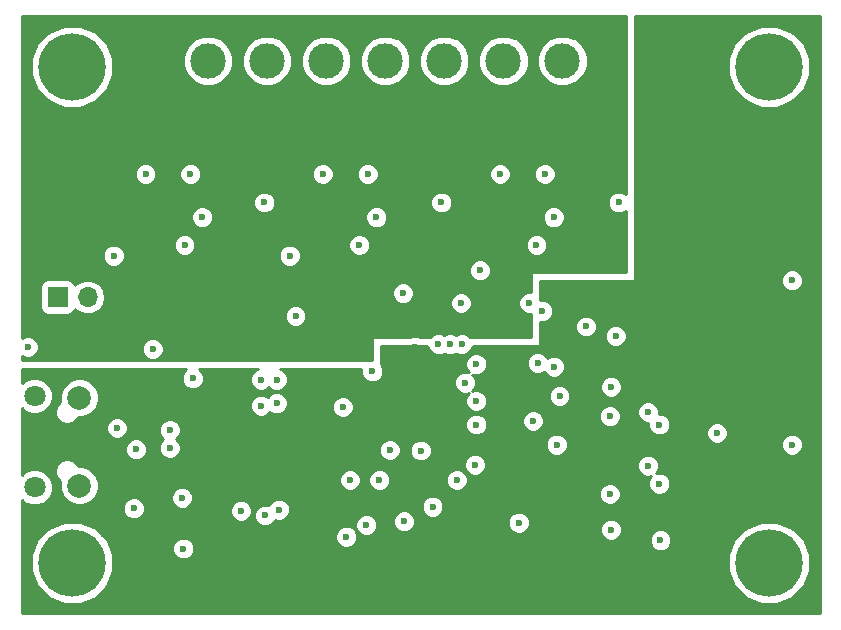
<source format=gbr>
G04 #@! TF.GenerationSoftware,KiCad,Pcbnew,5.0.0-fee4fd1~65~ubuntu17.10.1*
G04 #@! TF.CreationDate,2019-09-20T12:26:55+02:00*
G04 #@! TF.ProjectId,lynsyn,6C796E73796E2E6B696361645F706362,rev?*
G04 #@! TF.SameCoordinates,Original*
G04 #@! TF.FileFunction,Copper,L2,Inr,Plane*
G04 #@! TF.FilePolarity,Positive*
%FSLAX46Y46*%
G04 Gerber Fmt 4.6, Leading zero omitted, Abs format (unit mm)*
G04 Created by KiCad (PCBNEW 5.0.0-fee4fd1~65~ubuntu17.10.1) date Fri Sep 20 12:26:55 2019*
%MOMM*%
%LPD*%
G01*
G04 APERTURE LIST*
G04 #@! TA.AperFunction,ViaPad*
%ADD10C,5.700000*%
G04 #@! TD*
G04 #@! TA.AperFunction,ViaPad*
%ADD11R,1.700000X1.700000*%
G04 #@! TD*
G04 #@! TA.AperFunction,ViaPad*
%ADD12O,1.700000X1.700000*%
G04 #@! TD*
G04 #@! TA.AperFunction,ViaPad*
%ADD13C,2.000000*%
G04 #@! TD*
G04 #@! TA.AperFunction,ViaPad*
%ADD14C,1.800000*%
G04 #@! TD*
G04 #@! TA.AperFunction,ViaPad*
%ADD15C,3.000000*%
G04 #@! TD*
G04 #@! TA.AperFunction,ViaPad*
%ADD16C,0.600000*%
G04 #@! TD*
G04 #@! TA.AperFunction,Conductor*
%ADD17C,0.254000*%
G04 #@! TD*
G04 APERTURE END LIST*
D10*
G04 #@! TO.N,N/C*
G04 #@! TO.C,REF\002A\002A*
X79065000Y-141190000D03*
G04 #@! TD*
G04 #@! TO.N,N/C*
G04 #@! TO.C,REF\002A\002A*
X138065000Y-141190000D03*
G04 #@! TD*
G04 #@! TO.N,N/C*
G04 #@! TO.C,REF\002A\002A*
X138065000Y-99190000D03*
G04 #@! TD*
D11*
G04 #@! TO.N,GND*
G04 #@! TO.C,TP1*
X77815000Y-118690000D03*
D12*
G04 #@! TO.N,AREF*
X80355000Y-118690000D03*
G04 #@! TD*
D13*
G04 #@! TO.N,Net-(J1-Pad6)*
G04 #@! TO.C,J1*
X79665000Y-127215000D03*
X79665000Y-134665000D03*
D14*
X75865000Y-127065000D03*
X75865000Y-134815000D03*
G04 #@! TD*
D15*
G04 #@! TO.N,GND*
G04 #@! TO.C,J2*
X90565000Y-98690000D03*
G04 #@! TO.N,Net-(J2-Pad2)*
X95565000Y-98690000D03*
G04 #@! TO.N,Net-(J2-Pad3)*
X100565000Y-98690000D03*
G04 #@! TO.N,Net-(J2-Pad4)*
X105565000Y-98690000D03*
G04 #@! TO.N,Net-(J2-Pad5)*
X110565000Y-98690000D03*
G04 #@! TO.N,Net-(J2-Pad6)*
X115565000Y-98690000D03*
G04 #@! TO.N,Net-(J2-Pad7)*
X120565000Y-98690000D03*
G04 #@! TD*
D10*
G04 #@! TO.N,N/C*
G04 #@! TO.C,REF\002A\002A*
X79065000Y-99190000D03*
G04 #@! TD*
D16*
G04 #@! TO.N,+3V3*
X134265000Y-107890000D03*
X92465000Y-138990000D03*
X116065000Y-125190000D03*
X117065000Y-130190000D03*
X108065000Y-122890000D03*
X101065000Y-125490000D03*
X107165000Y-136090000D03*
X85265000Y-129590000D03*
X90265000Y-129790000D03*
X92365000Y-128990000D03*
X122065000Y-129690000D03*
X122065000Y-134490000D03*
X122065000Y-139290000D03*
X116965000Y-129190000D03*
X88565000Y-142190000D03*
G04 #@! TO.N,GND*
X140015000Y-131190000D03*
X140015000Y-117290000D03*
X117765000Y-119190000D03*
X107050877Y-118375877D03*
X111965000Y-119190000D03*
X118465000Y-124290000D03*
X82565000Y-115190000D03*
X88565000Y-114290000D03*
X100265000Y-108290000D03*
X85265000Y-108290000D03*
X89065000Y-108290000D03*
X104065000Y-108290000D03*
X103365000Y-114290000D03*
X115265000Y-108290000D03*
X119065000Y-108290000D03*
X118365000Y-114290000D03*
X97465000Y-115190000D03*
X84265000Y-136590000D03*
X88465000Y-139990000D03*
X88365000Y-135690000D03*
X89265000Y-125590000D03*
X85865000Y-123090000D03*
X97965000Y-120290000D03*
X95065000Y-125690000D03*
X95065000Y-127890000D03*
X96365000Y-125690000D03*
X96365000Y-127690000D03*
X101965000Y-127990000D03*
X104465000Y-124990000D03*
X110065000Y-122690000D03*
X112065000Y-122690000D03*
X113265000Y-124390000D03*
X113265000Y-129490000D03*
X113265000Y-127490000D03*
X113165000Y-132890000D03*
X108565000Y-131690000D03*
X107165000Y-137690000D03*
X103965000Y-137990000D03*
X102265000Y-138990000D03*
X95365000Y-137190000D03*
X125065000Y-121990000D03*
X122565000Y-121190000D03*
X119865000Y-124590000D03*
X118865000Y-119890000D03*
X124665000Y-126290000D03*
X124565000Y-128790000D03*
X124565000Y-135390000D03*
X128765000Y-134490000D03*
X124665000Y-138390000D03*
X128865000Y-139290000D03*
X118065000Y-129190000D03*
X120065000Y-131190000D03*
X116865000Y-137790000D03*
X75315000Y-122940000D03*
X113565000Y-116440000D03*
X128765000Y-129490000D03*
G04 #@! TO.N,+3.3VA*
X81265000Y-121790000D03*
X113865000Y-119190000D03*
X108765000Y-119890000D03*
X110265000Y-119890000D03*
X87465000Y-108290000D03*
X98365000Y-108290000D03*
X83465000Y-108290000D03*
X102565000Y-108290000D03*
X113365000Y-108290000D03*
X117565000Y-108290000D03*
G04 #@! TO.N,/JTAG/JTAG_out_VREF*
X127815000Y-132965000D03*
X127815000Y-128440000D03*
X133665000Y-130190000D03*
G04 #@! TO.N,Net-(J5-Pad4)*
X96565000Y-136690000D03*
X105065000Y-134190000D03*
G04 #@! TO.N,Net-(J5-Pad10)*
X102565000Y-134190000D03*
X111065000Y-122690000D03*
G04 #@! TO.N,/MCU/USB_D-*
X87315000Y-131490000D03*
X87315000Y-129940000D03*
G04 #@! TO.N,Net-(J1-Pad1)*
X84465000Y-131590000D03*
X82865000Y-129790000D03*
G04 #@! TO.N,Net-(J2-Pad3)*
X90065000Y-111940000D03*
X95315000Y-110690000D03*
G04 #@! TO.N,Net-(J5-Pad2)*
X105944190Y-131651975D03*
X93365000Y-136790000D03*
G04 #@! TO.N,/MCU/SRST*
X120315000Y-127065000D03*
X111615000Y-134190000D03*
G04 #@! TO.N,Net-(J2-Pad5)*
X104815000Y-111940000D03*
X110315000Y-110690000D03*
G04 #@! TO.N,Net-(J4-Pad2)*
X112315000Y-125940000D03*
X109565000Y-136440000D03*
G04 #@! TO.N,Net-(J2-Pad7)*
X119815000Y-111940000D03*
X125315000Y-110690000D03*
G04 #@! TD*
D17*
G04 #@! TO.N,+3.3VA*
G36*
X125938000Y-110002024D02*
X125840103Y-109904127D01*
X125499392Y-109763000D01*
X125130608Y-109763000D01*
X124789897Y-109904127D01*
X124529127Y-110164897D01*
X124388000Y-110505608D01*
X124388000Y-110874392D01*
X124529127Y-111215103D01*
X124789897Y-111475873D01*
X125130608Y-111617000D01*
X125499392Y-111617000D01*
X125840103Y-111475873D01*
X125938000Y-111377976D01*
X125938000Y-116563000D01*
X118065000Y-116563000D01*
X118016399Y-116572667D01*
X117975197Y-116600197D01*
X117947667Y-116641399D01*
X117938000Y-116690000D01*
X117938000Y-118263000D01*
X117580608Y-118263000D01*
X117239897Y-118404127D01*
X116979127Y-118664897D01*
X116838000Y-119005608D01*
X116838000Y-119374392D01*
X116979127Y-119715103D01*
X117239897Y-119975873D01*
X117580608Y-120117000D01*
X117938000Y-120117000D01*
X117938000Y-122063000D01*
X112748976Y-122063000D01*
X112590103Y-121904127D01*
X112249392Y-121763000D01*
X111880608Y-121763000D01*
X111565000Y-121893729D01*
X111249392Y-121763000D01*
X110880608Y-121763000D01*
X110565000Y-121893729D01*
X110249392Y-121763000D01*
X109880608Y-121763000D01*
X109539897Y-121904127D01*
X109381024Y-122063000D01*
X108490814Y-122063000D01*
X108249392Y-121963000D01*
X107880608Y-121963000D01*
X107639186Y-122063000D01*
X104565000Y-122063000D01*
X104516399Y-122072667D01*
X104475197Y-122100197D01*
X104447667Y-122141399D01*
X104438000Y-122190000D01*
X104438000Y-124063000D01*
X74767000Y-124063000D01*
X74767000Y-123702976D01*
X74789897Y-123725873D01*
X75130608Y-123867000D01*
X75499392Y-123867000D01*
X75840103Y-123725873D01*
X76100873Y-123465103D01*
X76242000Y-123124392D01*
X76242000Y-122905608D01*
X84938000Y-122905608D01*
X84938000Y-123274392D01*
X85079127Y-123615103D01*
X85339897Y-123875873D01*
X85680608Y-124017000D01*
X86049392Y-124017000D01*
X86390103Y-123875873D01*
X86650873Y-123615103D01*
X86792000Y-123274392D01*
X86792000Y-122905608D01*
X86650873Y-122564897D01*
X86390103Y-122304127D01*
X86049392Y-122163000D01*
X85680608Y-122163000D01*
X85339897Y-122304127D01*
X85079127Y-122564897D01*
X84938000Y-122905608D01*
X76242000Y-122905608D01*
X76242000Y-122755608D01*
X76100873Y-122414897D01*
X75840103Y-122154127D01*
X75499392Y-122013000D01*
X75130608Y-122013000D01*
X74789897Y-122154127D01*
X74767000Y-122177024D01*
X74767000Y-117840000D01*
X76325717Y-117840000D01*
X76325717Y-119540000D01*
X76374380Y-119784643D01*
X76512959Y-119992041D01*
X76720357Y-120130620D01*
X76965000Y-120179283D01*
X78665000Y-120179283D01*
X78909643Y-120130620D01*
X79117041Y-119992041D01*
X79255620Y-119784643D01*
X79268105Y-119721877D01*
X79290142Y-119754858D01*
X79778703Y-120081303D01*
X80209529Y-120167000D01*
X80500471Y-120167000D01*
X80809108Y-120105608D01*
X97038000Y-120105608D01*
X97038000Y-120474392D01*
X97179127Y-120815103D01*
X97439897Y-121075873D01*
X97780608Y-121217000D01*
X98149392Y-121217000D01*
X98490103Y-121075873D01*
X98750873Y-120815103D01*
X98892000Y-120474392D01*
X98892000Y-120105608D01*
X98750873Y-119764897D01*
X98490103Y-119504127D01*
X98149392Y-119363000D01*
X97780608Y-119363000D01*
X97439897Y-119504127D01*
X97179127Y-119764897D01*
X97038000Y-120105608D01*
X80809108Y-120105608D01*
X80931297Y-120081303D01*
X81419858Y-119754858D01*
X81746303Y-119266297D01*
X81860936Y-118690000D01*
X81761775Y-118191485D01*
X106123877Y-118191485D01*
X106123877Y-118560269D01*
X106265004Y-118900980D01*
X106525774Y-119161750D01*
X106866485Y-119302877D01*
X107235269Y-119302877D01*
X107575980Y-119161750D01*
X107732122Y-119005608D01*
X111038000Y-119005608D01*
X111038000Y-119374392D01*
X111179127Y-119715103D01*
X111439897Y-119975873D01*
X111780608Y-120117000D01*
X112149392Y-120117000D01*
X112490103Y-119975873D01*
X112750873Y-119715103D01*
X112892000Y-119374392D01*
X112892000Y-119005608D01*
X112750873Y-118664897D01*
X112490103Y-118404127D01*
X112149392Y-118263000D01*
X111780608Y-118263000D01*
X111439897Y-118404127D01*
X111179127Y-118664897D01*
X111038000Y-119005608D01*
X107732122Y-119005608D01*
X107836750Y-118900980D01*
X107977877Y-118560269D01*
X107977877Y-118191485D01*
X107836750Y-117850774D01*
X107575980Y-117590004D01*
X107235269Y-117448877D01*
X106866485Y-117448877D01*
X106525774Y-117590004D01*
X106265004Y-117850774D01*
X106123877Y-118191485D01*
X81761775Y-118191485D01*
X81746303Y-118113703D01*
X81419858Y-117625142D01*
X80931297Y-117298697D01*
X80500471Y-117213000D01*
X80209529Y-117213000D01*
X79778703Y-117298697D01*
X79290142Y-117625142D01*
X79268105Y-117658123D01*
X79255620Y-117595357D01*
X79117041Y-117387959D01*
X78909643Y-117249380D01*
X78665000Y-117200717D01*
X76965000Y-117200717D01*
X76720357Y-117249380D01*
X76512959Y-117387959D01*
X76374380Y-117595357D01*
X76325717Y-117840000D01*
X74767000Y-117840000D01*
X74767000Y-116255608D01*
X112638000Y-116255608D01*
X112638000Y-116624392D01*
X112779127Y-116965103D01*
X113039897Y-117225873D01*
X113380608Y-117367000D01*
X113749392Y-117367000D01*
X114090103Y-117225873D01*
X114350873Y-116965103D01*
X114492000Y-116624392D01*
X114492000Y-116255608D01*
X114350873Y-115914897D01*
X114090103Y-115654127D01*
X113749392Y-115513000D01*
X113380608Y-115513000D01*
X113039897Y-115654127D01*
X112779127Y-115914897D01*
X112638000Y-116255608D01*
X74767000Y-116255608D01*
X74767000Y-115005608D01*
X81638000Y-115005608D01*
X81638000Y-115374392D01*
X81779127Y-115715103D01*
X82039897Y-115975873D01*
X82380608Y-116117000D01*
X82749392Y-116117000D01*
X83090103Y-115975873D01*
X83350873Y-115715103D01*
X83492000Y-115374392D01*
X83492000Y-115005608D01*
X83350873Y-114664897D01*
X83090103Y-114404127D01*
X82749392Y-114263000D01*
X82380608Y-114263000D01*
X82039897Y-114404127D01*
X81779127Y-114664897D01*
X81638000Y-115005608D01*
X74767000Y-115005608D01*
X74767000Y-114105608D01*
X87638000Y-114105608D01*
X87638000Y-114474392D01*
X87779127Y-114815103D01*
X88039897Y-115075873D01*
X88380608Y-115217000D01*
X88749392Y-115217000D01*
X89090103Y-115075873D01*
X89160368Y-115005608D01*
X96538000Y-115005608D01*
X96538000Y-115374392D01*
X96679127Y-115715103D01*
X96939897Y-115975873D01*
X97280608Y-116117000D01*
X97649392Y-116117000D01*
X97990103Y-115975873D01*
X98250873Y-115715103D01*
X98392000Y-115374392D01*
X98392000Y-115005608D01*
X98250873Y-114664897D01*
X97990103Y-114404127D01*
X97649392Y-114263000D01*
X97280608Y-114263000D01*
X96939897Y-114404127D01*
X96679127Y-114664897D01*
X96538000Y-115005608D01*
X89160368Y-115005608D01*
X89350873Y-114815103D01*
X89492000Y-114474392D01*
X89492000Y-114105608D01*
X102438000Y-114105608D01*
X102438000Y-114474392D01*
X102579127Y-114815103D01*
X102839897Y-115075873D01*
X103180608Y-115217000D01*
X103549392Y-115217000D01*
X103890103Y-115075873D01*
X104150873Y-114815103D01*
X104292000Y-114474392D01*
X104292000Y-114105608D01*
X117438000Y-114105608D01*
X117438000Y-114474392D01*
X117579127Y-114815103D01*
X117839897Y-115075873D01*
X118180608Y-115217000D01*
X118549392Y-115217000D01*
X118890103Y-115075873D01*
X119150873Y-114815103D01*
X119292000Y-114474392D01*
X119292000Y-114105608D01*
X119150873Y-113764897D01*
X118890103Y-113504127D01*
X118549392Y-113363000D01*
X118180608Y-113363000D01*
X117839897Y-113504127D01*
X117579127Y-113764897D01*
X117438000Y-114105608D01*
X104292000Y-114105608D01*
X104150873Y-113764897D01*
X103890103Y-113504127D01*
X103549392Y-113363000D01*
X103180608Y-113363000D01*
X102839897Y-113504127D01*
X102579127Y-113764897D01*
X102438000Y-114105608D01*
X89492000Y-114105608D01*
X89350873Y-113764897D01*
X89090103Y-113504127D01*
X88749392Y-113363000D01*
X88380608Y-113363000D01*
X88039897Y-113504127D01*
X87779127Y-113764897D01*
X87638000Y-114105608D01*
X74767000Y-114105608D01*
X74767000Y-111755608D01*
X89138000Y-111755608D01*
X89138000Y-112124392D01*
X89279127Y-112465103D01*
X89539897Y-112725873D01*
X89880608Y-112867000D01*
X90249392Y-112867000D01*
X90590103Y-112725873D01*
X90850873Y-112465103D01*
X90992000Y-112124392D01*
X90992000Y-111755608D01*
X103888000Y-111755608D01*
X103888000Y-112124392D01*
X104029127Y-112465103D01*
X104289897Y-112725873D01*
X104630608Y-112867000D01*
X104999392Y-112867000D01*
X105340103Y-112725873D01*
X105600873Y-112465103D01*
X105742000Y-112124392D01*
X105742000Y-111755608D01*
X118888000Y-111755608D01*
X118888000Y-112124392D01*
X119029127Y-112465103D01*
X119289897Y-112725873D01*
X119630608Y-112867000D01*
X119999392Y-112867000D01*
X120340103Y-112725873D01*
X120600873Y-112465103D01*
X120742000Y-112124392D01*
X120742000Y-111755608D01*
X120600873Y-111414897D01*
X120340103Y-111154127D01*
X119999392Y-111013000D01*
X119630608Y-111013000D01*
X119289897Y-111154127D01*
X119029127Y-111414897D01*
X118888000Y-111755608D01*
X105742000Y-111755608D01*
X105600873Y-111414897D01*
X105340103Y-111154127D01*
X104999392Y-111013000D01*
X104630608Y-111013000D01*
X104289897Y-111154127D01*
X104029127Y-111414897D01*
X103888000Y-111755608D01*
X90992000Y-111755608D01*
X90850873Y-111414897D01*
X90590103Y-111154127D01*
X90249392Y-111013000D01*
X89880608Y-111013000D01*
X89539897Y-111154127D01*
X89279127Y-111414897D01*
X89138000Y-111755608D01*
X74767000Y-111755608D01*
X74767000Y-110505608D01*
X94388000Y-110505608D01*
X94388000Y-110874392D01*
X94529127Y-111215103D01*
X94789897Y-111475873D01*
X95130608Y-111617000D01*
X95499392Y-111617000D01*
X95840103Y-111475873D01*
X96100873Y-111215103D01*
X96242000Y-110874392D01*
X96242000Y-110505608D01*
X109388000Y-110505608D01*
X109388000Y-110874392D01*
X109529127Y-111215103D01*
X109789897Y-111475873D01*
X110130608Y-111617000D01*
X110499392Y-111617000D01*
X110840103Y-111475873D01*
X111100873Y-111215103D01*
X111242000Y-110874392D01*
X111242000Y-110505608D01*
X111100873Y-110164897D01*
X110840103Y-109904127D01*
X110499392Y-109763000D01*
X110130608Y-109763000D01*
X109789897Y-109904127D01*
X109529127Y-110164897D01*
X109388000Y-110505608D01*
X96242000Y-110505608D01*
X96100873Y-110164897D01*
X95840103Y-109904127D01*
X95499392Y-109763000D01*
X95130608Y-109763000D01*
X94789897Y-109904127D01*
X94529127Y-110164897D01*
X94388000Y-110505608D01*
X74767000Y-110505608D01*
X74767000Y-108105608D01*
X84338000Y-108105608D01*
X84338000Y-108474392D01*
X84479127Y-108815103D01*
X84739897Y-109075873D01*
X85080608Y-109217000D01*
X85449392Y-109217000D01*
X85790103Y-109075873D01*
X86050873Y-108815103D01*
X86192000Y-108474392D01*
X86192000Y-108105608D01*
X88138000Y-108105608D01*
X88138000Y-108474392D01*
X88279127Y-108815103D01*
X88539897Y-109075873D01*
X88880608Y-109217000D01*
X89249392Y-109217000D01*
X89590103Y-109075873D01*
X89850873Y-108815103D01*
X89992000Y-108474392D01*
X89992000Y-108105608D01*
X99338000Y-108105608D01*
X99338000Y-108474392D01*
X99479127Y-108815103D01*
X99739897Y-109075873D01*
X100080608Y-109217000D01*
X100449392Y-109217000D01*
X100790103Y-109075873D01*
X101050873Y-108815103D01*
X101192000Y-108474392D01*
X101192000Y-108105608D01*
X103138000Y-108105608D01*
X103138000Y-108474392D01*
X103279127Y-108815103D01*
X103539897Y-109075873D01*
X103880608Y-109217000D01*
X104249392Y-109217000D01*
X104590103Y-109075873D01*
X104850873Y-108815103D01*
X104992000Y-108474392D01*
X104992000Y-108105608D01*
X114338000Y-108105608D01*
X114338000Y-108474392D01*
X114479127Y-108815103D01*
X114739897Y-109075873D01*
X115080608Y-109217000D01*
X115449392Y-109217000D01*
X115790103Y-109075873D01*
X116050873Y-108815103D01*
X116192000Y-108474392D01*
X116192000Y-108105608D01*
X118138000Y-108105608D01*
X118138000Y-108474392D01*
X118279127Y-108815103D01*
X118539897Y-109075873D01*
X118880608Y-109217000D01*
X119249392Y-109217000D01*
X119590103Y-109075873D01*
X119850873Y-108815103D01*
X119992000Y-108474392D01*
X119992000Y-108105608D01*
X119850873Y-107764897D01*
X119590103Y-107504127D01*
X119249392Y-107363000D01*
X118880608Y-107363000D01*
X118539897Y-107504127D01*
X118279127Y-107764897D01*
X118138000Y-108105608D01*
X116192000Y-108105608D01*
X116050873Y-107764897D01*
X115790103Y-107504127D01*
X115449392Y-107363000D01*
X115080608Y-107363000D01*
X114739897Y-107504127D01*
X114479127Y-107764897D01*
X114338000Y-108105608D01*
X104992000Y-108105608D01*
X104850873Y-107764897D01*
X104590103Y-107504127D01*
X104249392Y-107363000D01*
X103880608Y-107363000D01*
X103539897Y-107504127D01*
X103279127Y-107764897D01*
X103138000Y-108105608D01*
X101192000Y-108105608D01*
X101050873Y-107764897D01*
X100790103Y-107504127D01*
X100449392Y-107363000D01*
X100080608Y-107363000D01*
X99739897Y-107504127D01*
X99479127Y-107764897D01*
X99338000Y-108105608D01*
X89992000Y-108105608D01*
X89850873Y-107764897D01*
X89590103Y-107504127D01*
X89249392Y-107363000D01*
X88880608Y-107363000D01*
X88539897Y-107504127D01*
X88279127Y-107764897D01*
X88138000Y-108105608D01*
X86192000Y-108105608D01*
X86050873Y-107764897D01*
X85790103Y-107504127D01*
X85449392Y-107363000D01*
X85080608Y-107363000D01*
X84739897Y-107504127D01*
X84479127Y-107764897D01*
X84338000Y-108105608D01*
X74767000Y-108105608D01*
X74767000Y-98498382D01*
X75588000Y-98498382D01*
X75588000Y-99881618D01*
X76117342Y-101159562D01*
X77095438Y-102137658D01*
X78373382Y-102667000D01*
X79756618Y-102667000D01*
X81034562Y-102137658D01*
X82012658Y-101159562D01*
X82542000Y-99881618D01*
X82542000Y-98498382D01*
X82446123Y-98266913D01*
X88438000Y-98266913D01*
X88438000Y-99113087D01*
X88761817Y-99894848D01*
X89360152Y-100493183D01*
X90141913Y-100817000D01*
X90988087Y-100817000D01*
X91769848Y-100493183D01*
X92368183Y-99894848D01*
X92692000Y-99113087D01*
X92692000Y-98266913D01*
X93438000Y-98266913D01*
X93438000Y-99113087D01*
X93761817Y-99894848D01*
X94360152Y-100493183D01*
X95141913Y-100817000D01*
X95988087Y-100817000D01*
X96769848Y-100493183D01*
X97368183Y-99894848D01*
X97692000Y-99113087D01*
X97692000Y-98266913D01*
X98438000Y-98266913D01*
X98438000Y-99113087D01*
X98761817Y-99894848D01*
X99360152Y-100493183D01*
X100141913Y-100817000D01*
X100988087Y-100817000D01*
X101769848Y-100493183D01*
X102368183Y-99894848D01*
X102692000Y-99113087D01*
X102692000Y-98266913D01*
X103438000Y-98266913D01*
X103438000Y-99113087D01*
X103761817Y-99894848D01*
X104360152Y-100493183D01*
X105141913Y-100817000D01*
X105988087Y-100817000D01*
X106769848Y-100493183D01*
X107368183Y-99894848D01*
X107692000Y-99113087D01*
X107692000Y-98266913D01*
X108438000Y-98266913D01*
X108438000Y-99113087D01*
X108761817Y-99894848D01*
X109360152Y-100493183D01*
X110141913Y-100817000D01*
X110988087Y-100817000D01*
X111769848Y-100493183D01*
X112368183Y-99894848D01*
X112692000Y-99113087D01*
X112692000Y-98266913D01*
X113438000Y-98266913D01*
X113438000Y-99113087D01*
X113761817Y-99894848D01*
X114360152Y-100493183D01*
X115141913Y-100817000D01*
X115988087Y-100817000D01*
X116769848Y-100493183D01*
X117368183Y-99894848D01*
X117692000Y-99113087D01*
X117692000Y-98266913D01*
X118438000Y-98266913D01*
X118438000Y-99113087D01*
X118761817Y-99894848D01*
X119360152Y-100493183D01*
X120141913Y-100817000D01*
X120988087Y-100817000D01*
X121769848Y-100493183D01*
X122368183Y-99894848D01*
X122692000Y-99113087D01*
X122692000Y-98266913D01*
X122368183Y-97485152D01*
X121769848Y-96886817D01*
X120988087Y-96563000D01*
X120141913Y-96563000D01*
X119360152Y-96886817D01*
X118761817Y-97485152D01*
X118438000Y-98266913D01*
X117692000Y-98266913D01*
X117368183Y-97485152D01*
X116769848Y-96886817D01*
X115988087Y-96563000D01*
X115141913Y-96563000D01*
X114360152Y-96886817D01*
X113761817Y-97485152D01*
X113438000Y-98266913D01*
X112692000Y-98266913D01*
X112368183Y-97485152D01*
X111769848Y-96886817D01*
X110988087Y-96563000D01*
X110141913Y-96563000D01*
X109360152Y-96886817D01*
X108761817Y-97485152D01*
X108438000Y-98266913D01*
X107692000Y-98266913D01*
X107368183Y-97485152D01*
X106769848Y-96886817D01*
X105988087Y-96563000D01*
X105141913Y-96563000D01*
X104360152Y-96886817D01*
X103761817Y-97485152D01*
X103438000Y-98266913D01*
X102692000Y-98266913D01*
X102368183Y-97485152D01*
X101769848Y-96886817D01*
X100988087Y-96563000D01*
X100141913Y-96563000D01*
X99360152Y-96886817D01*
X98761817Y-97485152D01*
X98438000Y-98266913D01*
X97692000Y-98266913D01*
X97368183Y-97485152D01*
X96769848Y-96886817D01*
X95988087Y-96563000D01*
X95141913Y-96563000D01*
X94360152Y-96886817D01*
X93761817Y-97485152D01*
X93438000Y-98266913D01*
X92692000Y-98266913D01*
X92368183Y-97485152D01*
X91769848Y-96886817D01*
X90988087Y-96563000D01*
X90141913Y-96563000D01*
X89360152Y-96886817D01*
X88761817Y-97485152D01*
X88438000Y-98266913D01*
X82446123Y-98266913D01*
X82012658Y-97220438D01*
X81034562Y-96242342D01*
X79756618Y-95713000D01*
X78373382Y-95713000D01*
X77095438Y-96242342D01*
X76117342Y-97220438D01*
X75588000Y-98498382D01*
X74767000Y-98498382D01*
X74767000Y-94892000D01*
X125938000Y-94892000D01*
X125938000Y-110002024D01*
X125938000Y-110002024D01*
G37*
X125938000Y-110002024D02*
X125840103Y-109904127D01*
X125499392Y-109763000D01*
X125130608Y-109763000D01*
X124789897Y-109904127D01*
X124529127Y-110164897D01*
X124388000Y-110505608D01*
X124388000Y-110874392D01*
X124529127Y-111215103D01*
X124789897Y-111475873D01*
X125130608Y-111617000D01*
X125499392Y-111617000D01*
X125840103Y-111475873D01*
X125938000Y-111377976D01*
X125938000Y-116563000D01*
X118065000Y-116563000D01*
X118016399Y-116572667D01*
X117975197Y-116600197D01*
X117947667Y-116641399D01*
X117938000Y-116690000D01*
X117938000Y-118263000D01*
X117580608Y-118263000D01*
X117239897Y-118404127D01*
X116979127Y-118664897D01*
X116838000Y-119005608D01*
X116838000Y-119374392D01*
X116979127Y-119715103D01*
X117239897Y-119975873D01*
X117580608Y-120117000D01*
X117938000Y-120117000D01*
X117938000Y-122063000D01*
X112748976Y-122063000D01*
X112590103Y-121904127D01*
X112249392Y-121763000D01*
X111880608Y-121763000D01*
X111565000Y-121893729D01*
X111249392Y-121763000D01*
X110880608Y-121763000D01*
X110565000Y-121893729D01*
X110249392Y-121763000D01*
X109880608Y-121763000D01*
X109539897Y-121904127D01*
X109381024Y-122063000D01*
X108490814Y-122063000D01*
X108249392Y-121963000D01*
X107880608Y-121963000D01*
X107639186Y-122063000D01*
X104565000Y-122063000D01*
X104516399Y-122072667D01*
X104475197Y-122100197D01*
X104447667Y-122141399D01*
X104438000Y-122190000D01*
X104438000Y-124063000D01*
X74767000Y-124063000D01*
X74767000Y-123702976D01*
X74789897Y-123725873D01*
X75130608Y-123867000D01*
X75499392Y-123867000D01*
X75840103Y-123725873D01*
X76100873Y-123465103D01*
X76242000Y-123124392D01*
X76242000Y-122905608D01*
X84938000Y-122905608D01*
X84938000Y-123274392D01*
X85079127Y-123615103D01*
X85339897Y-123875873D01*
X85680608Y-124017000D01*
X86049392Y-124017000D01*
X86390103Y-123875873D01*
X86650873Y-123615103D01*
X86792000Y-123274392D01*
X86792000Y-122905608D01*
X86650873Y-122564897D01*
X86390103Y-122304127D01*
X86049392Y-122163000D01*
X85680608Y-122163000D01*
X85339897Y-122304127D01*
X85079127Y-122564897D01*
X84938000Y-122905608D01*
X76242000Y-122905608D01*
X76242000Y-122755608D01*
X76100873Y-122414897D01*
X75840103Y-122154127D01*
X75499392Y-122013000D01*
X75130608Y-122013000D01*
X74789897Y-122154127D01*
X74767000Y-122177024D01*
X74767000Y-117840000D01*
X76325717Y-117840000D01*
X76325717Y-119540000D01*
X76374380Y-119784643D01*
X76512959Y-119992041D01*
X76720357Y-120130620D01*
X76965000Y-120179283D01*
X78665000Y-120179283D01*
X78909643Y-120130620D01*
X79117041Y-119992041D01*
X79255620Y-119784643D01*
X79268105Y-119721877D01*
X79290142Y-119754858D01*
X79778703Y-120081303D01*
X80209529Y-120167000D01*
X80500471Y-120167000D01*
X80809108Y-120105608D01*
X97038000Y-120105608D01*
X97038000Y-120474392D01*
X97179127Y-120815103D01*
X97439897Y-121075873D01*
X97780608Y-121217000D01*
X98149392Y-121217000D01*
X98490103Y-121075873D01*
X98750873Y-120815103D01*
X98892000Y-120474392D01*
X98892000Y-120105608D01*
X98750873Y-119764897D01*
X98490103Y-119504127D01*
X98149392Y-119363000D01*
X97780608Y-119363000D01*
X97439897Y-119504127D01*
X97179127Y-119764897D01*
X97038000Y-120105608D01*
X80809108Y-120105608D01*
X80931297Y-120081303D01*
X81419858Y-119754858D01*
X81746303Y-119266297D01*
X81860936Y-118690000D01*
X81761775Y-118191485D01*
X106123877Y-118191485D01*
X106123877Y-118560269D01*
X106265004Y-118900980D01*
X106525774Y-119161750D01*
X106866485Y-119302877D01*
X107235269Y-119302877D01*
X107575980Y-119161750D01*
X107732122Y-119005608D01*
X111038000Y-119005608D01*
X111038000Y-119374392D01*
X111179127Y-119715103D01*
X111439897Y-119975873D01*
X111780608Y-120117000D01*
X112149392Y-120117000D01*
X112490103Y-119975873D01*
X112750873Y-119715103D01*
X112892000Y-119374392D01*
X112892000Y-119005608D01*
X112750873Y-118664897D01*
X112490103Y-118404127D01*
X112149392Y-118263000D01*
X111780608Y-118263000D01*
X111439897Y-118404127D01*
X111179127Y-118664897D01*
X111038000Y-119005608D01*
X107732122Y-119005608D01*
X107836750Y-118900980D01*
X107977877Y-118560269D01*
X107977877Y-118191485D01*
X107836750Y-117850774D01*
X107575980Y-117590004D01*
X107235269Y-117448877D01*
X106866485Y-117448877D01*
X106525774Y-117590004D01*
X106265004Y-117850774D01*
X106123877Y-118191485D01*
X81761775Y-118191485D01*
X81746303Y-118113703D01*
X81419858Y-117625142D01*
X80931297Y-117298697D01*
X80500471Y-117213000D01*
X80209529Y-117213000D01*
X79778703Y-117298697D01*
X79290142Y-117625142D01*
X79268105Y-117658123D01*
X79255620Y-117595357D01*
X79117041Y-117387959D01*
X78909643Y-117249380D01*
X78665000Y-117200717D01*
X76965000Y-117200717D01*
X76720357Y-117249380D01*
X76512959Y-117387959D01*
X76374380Y-117595357D01*
X76325717Y-117840000D01*
X74767000Y-117840000D01*
X74767000Y-116255608D01*
X112638000Y-116255608D01*
X112638000Y-116624392D01*
X112779127Y-116965103D01*
X113039897Y-117225873D01*
X113380608Y-117367000D01*
X113749392Y-117367000D01*
X114090103Y-117225873D01*
X114350873Y-116965103D01*
X114492000Y-116624392D01*
X114492000Y-116255608D01*
X114350873Y-115914897D01*
X114090103Y-115654127D01*
X113749392Y-115513000D01*
X113380608Y-115513000D01*
X113039897Y-115654127D01*
X112779127Y-115914897D01*
X112638000Y-116255608D01*
X74767000Y-116255608D01*
X74767000Y-115005608D01*
X81638000Y-115005608D01*
X81638000Y-115374392D01*
X81779127Y-115715103D01*
X82039897Y-115975873D01*
X82380608Y-116117000D01*
X82749392Y-116117000D01*
X83090103Y-115975873D01*
X83350873Y-115715103D01*
X83492000Y-115374392D01*
X83492000Y-115005608D01*
X83350873Y-114664897D01*
X83090103Y-114404127D01*
X82749392Y-114263000D01*
X82380608Y-114263000D01*
X82039897Y-114404127D01*
X81779127Y-114664897D01*
X81638000Y-115005608D01*
X74767000Y-115005608D01*
X74767000Y-114105608D01*
X87638000Y-114105608D01*
X87638000Y-114474392D01*
X87779127Y-114815103D01*
X88039897Y-115075873D01*
X88380608Y-115217000D01*
X88749392Y-115217000D01*
X89090103Y-115075873D01*
X89160368Y-115005608D01*
X96538000Y-115005608D01*
X96538000Y-115374392D01*
X96679127Y-115715103D01*
X96939897Y-115975873D01*
X97280608Y-116117000D01*
X97649392Y-116117000D01*
X97990103Y-115975873D01*
X98250873Y-115715103D01*
X98392000Y-115374392D01*
X98392000Y-115005608D01*
X98250873Y-114664897D01*
X97990103Y-114404127D01*
X97649392Y-114263000D01*
X97280608Y-114263000D01*
X96939897Y-114404127D01*
X96679127Y-114664897D01*
X96538000Y-115005608D01*
X89160368Y-115005608D01*
X89350873Y-114815103D01*
X89492000Y-114474392D01*
X89492000Y-114105608D01*
X102438000Y-114105608D01*
X102438000Y-114474392D01*
X102579127Y-114815103D01*
X102839897Y-115075873D01*
X103180608Y-115217000D01*
X103549392Y-115217000D01*
X103890103Y-115075873D01*
X104150873Y-114815103D01*
X104292000Y-114474392D01*
X104292000Y-114105608D01*
X117438000Y-114105608D01*
X117438000Y-114474392D01*
X117579127Y-114815103D01*
X117839897Y-115075873D01*
X118180608Y-115217000D01*
X118549392Y-115217000D01*
X118890103Y-115075873D01*
X119150873Y-114815103D01*
X119292000Y-114474392D01*
X119292000Y-114105608D01*
X119150873Y-113764897D01*
X118890103Y-113504127D01*
X118549392Y-113363000D01*
X118180608Y-113363000D01*
X117839897Y-113504127D01*
X117579127Y-113764897D01*
X117438000Y-114105608D01*
X104292000Y-114105608D01*
X104150873Y-113764897D01*
X103890103Y-113504127D01*
X103549392Y-113363000D01*
X103180608Y-113363000D01*
X102839897Y-113504127D01*
X102579127Y-113764897D01*
X102438000Y-114105608D01*
X89492000Y-114105608D01*
X89350873Y-113764897D01*
X89090103Y-113504127D01*
X88749392Y-113363000D01*
X88380608Y-113363000D01*
X88039897Y-113504127D01*
X87779127Y-113764897D01*
X87638000Y-114105608D01*
X74767000Y-114105608D01*
X74767000Y-111755608D01*
X89138000Y-111755608D01*
X89138000Y-112124392D01*
X89279127Y-112465103D01*
X89539897Y-112725873D01*
X89880608Y-112867000D01*
X90249392Y-112867000D01*
X90590103Y-112725873D01*
X90850873Y-112465103D01*
X90992000Y-112124392D01*
X90992000Y-111755608D01*
X103888000Y-111755608D01*
X103888000Y-112124392D01*
X104029127Y-112465103D01*
X104289897Y-112725873D01*
X104630608Y-112867000D01*
X104999392Y-112867000D01*
X105340103Y-112725873D01*
X105600873Y-112465103D01*
X105742000Y-112124392D01*
X105742000Y-111755608D01*
X118888000Y-111755608D01*
X118888000Y-112124392D01*
X119029127Y-112465103D01*
X119289897Y-112725873D01*
X119630608Y-112867000D01*
X119999392Y-112867000D01*
X120340103Y-112725873D01*
X120600873Y-112465103D01*
X120742000Y-112124392D01*
X120742000Y-111755608D01*
X120600873Y-111414897D01*
X120340103Y-111154127D01*
X119999392Y-111013000D01*
X119630608Y-111013000D01*
X119289897Y-111154127D01*
X119029127Y-111414897D01*
X118888000Y-111755608D01*
X105742000Y-111755608D01*
X105600873Y-111414897D01*
X105340103Y-111154127D01*
X104999392Y-111013000D01*
X104630608Y-111013000D01*
X104289897Y-111154127D01*
X104029127Y-111414897D01*
X103888000Y-111755608D01*
X90992000Y-111755608D01*
X90850873Y-111414897D01*
X90590103Y-111154127D01*
X90249392Y-111013000D01*
X89880608Y-111013000D01*
X89539897Y-111154127D01*
X89279127Y-111414897D01*
X89138000Y-111755608D01*
X74767000Y-111755608D01*
X74767000Y-110505608D01*
X94388000Y-110505608D01*
X94388000Y-110874392D01*
X94529127Y-111215103D01*
X94789897Y-111475873D01*
X95130608Y-111617000D01*
X95499392Y-111617000D01*
X95840103Y-111475873D01*
X96100873Y-111215103D01*
X96242000Y-110874392D01*
X96242000Y-110505608D01*
X109388000Y-110505608D01*
X109388000Y-110874392D01*
X109529127Y-111215103D01*
X109789897Y-111475873D01*
X110130608Y-111617000D01*
X110499392Y-111617000D01*
X110840103Y-111475873D01*
X111100873Y-111215103D01*
X111242000Y-110874392D01*
X111242000Y-110505608D01*
X111100873Y-110164897D01*
X110840103Y-109904127D01*
X110499392Y-109763000D01*
X110130608Y-109763000D01*
X109789897Y-109904127D01*
X109529127Y-110164897D01*
X109388000Y-110505608D01*
X96242000Y-110505608D01*
X96100873Y-110164897D01*
X95840103Y-109904127D01*
X95499392Y-109763000D01*
X95130608Y-109763000D01*
X94789897Y-109904127D01*
X94529127Y-110164897D01*
X94388000Y-110505608D01*
X74767000Y-110505608D01*
X74767000Y-108105608D01*
X84338000Y-108105608D01*
X84338000Y-108474392D01*
X84479127Y-108815103D01*
X84739897Y-109075873D01*
X85080608Y-109217000D01*
X85449392Y-109217000D01*
X85790103Y-109075873D01*
X86050873Y-108815103D01*
X86192000Y-108474392D01*
X86192000Y-108105608D01*
X88138000Y-108105608D01*
X88138000Y-108474392D01*
X88279127Y-108815103D01*
X88539897Y-109075873D01*
X88880608Y-109217000D01*
X89249392Y-109217000D01*
X89590103Y-109075873D01*
X89850873Y-108815103D01*
X89992000Y-108474392D01*
X89992000Y-108105608D01*
X99338000Y-108105608D01*
X99338000Y-108474392D01*
X99479127Y-108815103D01*
X99739897Y-109075873D01*
X100080608Y-109217000D01*
X100449392Y-109217000D01*
X100790103Y-109075873D01*
X101050873Y-108815103D01*
X101192000Y-108474392D01*
X101192000Y-108105608D01*
X103138000Y-108105608D01*
X103138000Y-108474392D01*
X103279127Y-108815103D01*
X103539897Y-109075873D01*
X103880608Y-109217000D01*
X104249392Y-109217000D01*
X104590103Y-109075873D01*
X104850873Y-108815103D01*
X104992000Y-108474392D01*
X104992000Y-108105608D01*
X114338000Y-108105608D01*
X114338000Y-108474392D01*
X114479127Y-108815103D01*
X114739897Y-109075873D01*
X115080608Y-109217000D01*
X115449392Y-109217000D01*
X115790103Y-109075873D01*
X116050873Y-108815103D01*
X116192000Y-108474392D01*
X116192000Y-108105608D01*
X118138000Y-108105608D01*
X118138000Y-108474392D01*
X118279127Y-108815103D01*
X118539897Y-109075873D01*
X118880608Y-109217000D01*
X119249392Y-109217000D01*
X119590103Y-109075873D01*
X119850873Y-108815103D01*
X119992000Y-108474392D01*
X119992000Y-108105608D01*
X119850873Y-107764897D01*
X119590103Y-107504127D01*
X119249392Y-107363000D01*
X118880608Y-107363000D01*
X118539897Y-107504127D01*
X118279127Y-107764897D01*
X118138000Y-108105608D01*
X116192000Y-108105608D01*
X116050873Y-107764897D01*
X115790103Y-107504127D01*
X115449392Y-107363000D01*
X115080608Y-107363000D01*
X114739897Y-107504127D01*
X114479127Y-107764897D01*
X114338000Y-108105608D01*
X104992000Y-108105608D01*
X104850873Y-107764897D01*
X104590103Y-107504127D01*
X104249392Y-107363000D01*
X103880608Y-107363000D01*
X103539897Y-107504127D01*
X103279127Y-107764897D01*
X103138000Y-108105608D01*
X101192000Y-108105608D01*
X101050873Y-107764897D01*
X100790103Y-107504127D01*
X100449392Y-107363000D01*
X100080608Y-107363000D01*
X99739897Y-107504127D01*
X99479127Y-107764897D01*
X99338000Y-108105608D01*
X89992000Y-108105608D01*
X89850873Y-107764897D01*
X89590103Y-107504127D01*
X89249392Y-107363000D01*
X88880608Y-107363000D01*
X88539897Y-107504127D01*
X88279127Y-107764897D01*
X88138000Y-108105608D01*
X86192000Y-108105608D01*
X86050873Y-107764897D01*
X85790103Y-107504127D01*
X85449392Y-107363000D01*
X85080608Y-107363000D01*
X84739897Y-107504127D01*
X84479127Y-107764897D01*
X84338000Y-108105608D01*
X74767000Y-108105608D01*
X74767000Y-98498382D01*
X75588000Y-98498382D01*
X75588000Y-99881618D01*
X76117342Y-101159562D01*
X77095438Y-102137658D01*
X78373382Y-102667000D01*
X79756618Y-102667000D01*
X81034562Y-102137658D01*
X82012658Y-101159562D01*
X82542000Y-99881618D01*
X82542000Y-98498382D01*
X82446123Y-98266913D01*
X88438000Y-98266913D01*
X88438000Y-99113087D01*
X88761817Y-99894848D01*
X89360152Y-100493183D01*
X90141913Y-100817000D01*
X90988087Y-100817000D01*
X91769848Y-100493183D01*
X92368183Y-99894848D01*
X92692000Y-99113087D01*
X92692000Y-98266913D01*
X93438000Y-98266913D01*
X93438000Y-99113087D01*
X93761817Y-99894848D01*
X94360152Y-100493183D01*
X95141913Y-100817000D01*
X95988087Y-100817000D01*
X96769848Y-100493183D01*
X97368183Y-99894848D01*
X97692000Y-99113087D01*
X97692000Y-98266913D01*
X98438000Y-98266913D01*
X98438000Y-99113087D01*
X98761817Y-99894848D01*
X99360152Y-100493183D01*
X100141913Y-100817000D01*
X100988087Y-100817000D01*
X101769848Y-100493183D01*
X102368183Y-99894848D01*
X102692000Y-99113087D01*
X102692000Y-98266913D01*
X103438000Y-98266913D01*
X103438000Y-99113087D01*
X103761817Y-99894848D01*
X104360152Y-100493183D01*
X105141913Y-100817000D01*
X105988087Y-100817000D01*
X106769848Y-100493183D01*
X107368183Y-99894848D01*
X107692000Y-99113087D01*
X107692000Y-98266913D01*
X108438000Y-98266913D01*
X108438000Y-99113087D01*
X108761817Y-99894848D01*
X109360152Y-100493183D01*
X110141913Y-100817000D01*
X110988087Y-100817000D01*
X111769848Y-100493183D01*
X112368183Y-99894848D01*
X112692000Y-99113087D01*
X112692000Y-98266913D01*
X113438000Y-98266913D01*
X113438000Y-99113087D01*
X113761817Y-99894848D01*
X114360152Y-100493183D01*
X115141913Y-100817000D01*
X115988087Y-100817000D01*
X116769848Y-100493183D01*
X117368183Y-99894848D01*
X117692000Y-99113087D01*
X117692000Y-98266913D01*
X118438000Y-98266913D01*
X118438000Y-99113087D01*
X118761817Y-99894848D01*
X119360152Y-100493183D01*
X120141913Y-100817000D01*
X120988087Y-100817000D01*
X121769848Y-100493183D01*
X122368183Y-99894848D01*
X122692000Y-99113087D01*
X122692000Y-98266913D01*
X122368183Y-97485152D01*
X121769848Y-96886817D01*
X120988087Y-96563000D01*
X120141913Y-96563000D01*
X119360152Y-96886817D01*
X118761817Y-97485152D01*
X118438000Y-98266913D01*
X117692000Y-98266913D01*
X117368183Y-97485152D01*
X116769848Y-96886817D01*
X115988087Y-96563000D01*
X115141913Y-96563000D01*
X114360152Y-96886817D01*
X113761817Y-97485152D01*
X113438000Y-98266913D01*
X112692000Y-98266913D01*
X112368183Y-97485152D01*
X111769848Y-96886817D01*
X110988087Y-96563000D01*
X110141913Y-96563000D01*
X109360152Y-96886817D01*
X108761817Y-97485152D01*
X108438000Y-98266913D01*
X107692000Y-98266913D01*
X107368183Y-97485152D01*
X106769848Y-96886817D01*
X105988087Y-96563000D01*
X105141913Y-96563000D01*
X104360152Y-96886817D01*
X103761817Y-97485152D01*
X103438000Y-98266913D01*
X102692000Y-98266913D01*
X102368183Y-97485152D01*
X101769848Y-96886817D01*
X100988087Y-96563000D01*
X100141913Y-96563000D01*
X99360152Y-96886817D01*
X98761817Y-97485152D01*
X98438000Y-98266913D01*
X97692000Y-98266913D01*
X97368183Y-97485152D01*
X96769848Y-96886817D01*
X95988087Y-96563000D01*
X95141913Y-96563000D01*
X94360152Y-96886817D01*
X93761817Y-97485152D01*
X93438000Y-98266913D01*
X92692000Y-98266913D01*
X92368183Y-97485152D01*
X91769848Y-96886817D01*
X90988087Y-96563000D01*
X90141913Y-96563000D01*
X89360152Y-96886817D01*
X88761817Y-97485152D01*
X88438000Y-98266913D01*
X82446123Y-98266913D01*
X82012658Y-97220438D01*
X81034562Y-96242342D01*
X79756618Y-95713000D01*
X78373382Y-95713000D01*
X77095438Y-96242342D01*
X76117342Y-97220438D01*
X75588000Y-98498382D01*
X74767000Y-98498382D01*
X74767000Y-94892000D01*
X125938000Y-94892000D01*
X125938000Y-110002024D01*
G04 #@! TO.N,+3V3*
G36*
X142363001Y-145488000D02*
X74767000Y-145488000D01*
X74767000Y-140498382D01*
X75588000Y-140498382D01*
X75588000Y-141881618D01*
X76117342Y-143159562D01*
X77095438Y-144137658D01*
X78373382Y-144667000D01*
X79756618Y-144667000D01*
X81034562Y-144137658D01*
X82012658Y-143159562D01*
X82542000Y-141881618D01*
X82542000Y-140498382D01*
X82255044Y-139805608D01*
X87538000Y-139805608D01*
X87538000Y-140174392D01*
X87679127Y-140515103D01*
X87939897Y-140775873D01*
X88280608Y-140917000D01*
X88649392Y-140917000D01*
X88990103Y-140775873D01*
X89250873Y-140515103D01*
X89257799Y-140498382D01*
X134588000Y-140498382D01*
X134588000Y-141881618D01*
X135117342Y-143159562D01*
X136095438Y-144137658D01*
X137373382Y-144667000D01*
X138756618Y-144667000D01*
X140034562Y-144137658D01*
X141012658Y-143159562D01*
X141542000Y-141881618D01*
X141542000Y-140498382D01*
X141012658Y-139220438D01*
X140034562Y-138242342D01*
X138756618Y-137713000D01*
X137373382Y-137713000D01*
X136095438Y-138242342D01*
X135117342Y-139220438D01*
X134588000Y-140498382D01*
X89257799Y-140498382D01*
X89392000Y-140174392D01*
X89392000Y-139805608D01*
X89250873Y-139464897D01*
X88990103Y-139204127D01*
X88649392Y-139063000D01*
X88280608Y-139063000D01*
X87939897Y-139204127D01*
X87679127Y-139464897D01*
X87538000Y-139805608D01*
X82255044Y-139805608D01*
X82012658Y-139220438D01*
X81597828Y-138805608D01*
X101338000Y-138805608D01*
X101338000Y-139174392D01*
X101479127Y-139515103D01*
X101739897Y-139775873D01*
X102080608Y-139917000D01*
X102449392Y-139917000D01*
X102790103Y-139775873D01*
X103050873Y-139515103D01*
X103192000Y-139174392D01*
X103192000Y-138805608D01*
X103050873Y-138464897D01*
X102790103Y-138204127D01*
X102449392Y-138063000D01*
X102080608Y-138063000D01*
X101739897Y-138204127D01*
X101479127Y-138464897D01*
X101338000Y-138805608D01*
X81597828Y-138805608D01*
X81034562Y-138242342D01*
X79756618Y-137713000D01*
X78373382Y-137713000D01*
X77095438Y-138242342D01*
X76117342Y-139220438D01*
X75588000Y-140498382D01*
X74767000Y-140498382D01*
X74767000Y-136405608D01*
X83338000Y-136405608D01*
X83338000Y-136774392D01*
X83479127Y-137115103D01*
X83739897Y-137375873D01*
X84080608Y-137517000D01*
X84449392Y-137517000D01*
X84790103Y-137375873D01*
X85050873Y-137115103D01*
X85192000Y-136774392D01*
X85192000Y-136405608D01*
X85050873Y-136064897D01*
X84790103Y-135804127D01*
X84449392Y-135663000D01*
X84080608Y-135663000D01*
X83739897Y-135804127D01*
X83479127Y-136064897D01*
X83338000Y-136405608D01*
X74767000Y-136405608D01*
X74767000Y-135876504D01*
X75000024Y-136109528D01*
X75561261Y-136342000D01*
X76168739Y-136342000D01*
X76729976Y-136109528D01*
X77159528Y-135679976D01*
X77392000Y-135118739D01*
X77392000Y-134511261D01*
X77159528Y-133950024D01*
X76729976Y-133520472D01*
X76168739Y-133288000D01*
X75561261Y-133288000D01*
X75000024Y-133520472D01*
X74767000Y-133753496D01*
X74767000Y-133235717D01*
X77588000Y-133235717D01*
X77588000Y-133644283D01*
X77744352Y-134021749D01*
X78033251Y-134310648D01*
X78048166Y-134316826D01*
X78038000Y-134341370D01*
X78038000Y-134988630D01*
X78285696Y-135586622D01*
X78743378Y-136044304D01*
X79341370Y-136292000D01*
X79988630Y-136292000D01*
X80586622Y-136044304D01*
X81044304Y-135586622D01*
X81077861Y-135505608D01*
X87438000Y-135505608D01*
X87438000Y-135874392D01*
X87579127Y-136215103D01*
X87839897Y-136475873D01*
X88180608Y-136617000D01*
X88549392Y-136617000D01*
X88576894Y-136605608D01*
X92438000Y-136605608D01*
X92438000Y-136974392D01*
X92579127Y-137315103D01*
X92839897Y-137575873D01*
X93180608Y-137717000D01*
X93549392Y-137717000D01*
X93890103Y-137575873D01*
X94150873Y-137315103D01*
X94279069Y-137005608D01*
X94438000Y-137005608D01*
X94438000Y-137374392D01*
X94579127Y-137715103D01*
X94839897Y-137975873D01*
X95180608Y-138117000D01*
X95549392Y-138117000D01*
X95890103Y-137975873D01*
X96060368Y-137805608D01*
X103038000Y-137805608D01*
X103038000Y-138174392D01*
X103179127Y-138515103D01*
X103439897Y-138775873D01*
X103780608Y-138917000D01*
X104149392Y-138917000D01*
X104490103Y-138775873D01*
X104750873Y-138515103D01*
X104892000Y-138174392D01*
X104892000Y-137805608D01*
X104767737Y-137505608D01*
X106238000Y-137505608D01*
X106238000Y-137874392D01*
X106379127Y-138215103D01*
X106639897Y-138475873D01*
X106980608Y-138617000D01*
X107349392Y-138617000D01*
X107690103Y-138475873D01*
X107950873Y-138215103D01*
X108092000Y-137874392D01*
X108092000Y-137605608D01*
X115938000Y-137605608D01*
X115938000Y-137974392D01*
X116079127Y-138315103D01*
X116339897Y-138575873D01*
X116680608Y-138717000D01*
X117049392Y-138717000D01*
X117390103Y-138575873D01*
X117650873Y-138315103D01*
X117696227Y-138205608D01*
X123738000Y-138205608D01*
X123738000Y-138574392D01*
X123879127Y-138915103D01*
X124139897Y-139175873D01*
X124480608Y-139317000D01*
X124849392Y-139317000D01*
X125190103Y-139175873D01*
X125260368Y-139105608D01*
X127938000Y-139105608D01*
X127938000Y-139474392D01*
X128079127Y-139815103D01*
X128339897Y-140075873D01*
X128680608Y-140217000D01*
X129049392Y-140217000D01*
X129390103Y-140075873D01*
X129650873Y-139815103D01*
X129792000Y-139474392D01*
X129792000Y-139105608D01*
X129650873Y-138764897D01*
X129390103Y-138504127D01*
X129049392Y-138363000D01*
X128680608Y-138363000D01*
X128339897Y-138504127D01*
X128079127Y-138764897D01*
X127938000Y-139105608D01*
X125260368Y-139105608D01*
X125450873Y-138915103D01*
X125592000Y-138574392D01*
X125592000Y-138205608D01*
X125450873Y-137864897D01*
X125190103Y-137604127D01*
X124849392Y-137463000D01*
X124480608Y-137463000D01*
X124139897Y-137604127D01*
X123879127Y-137864897D01*
X123738000Y-138205608D01*
X117696227Y-138205608D01*
X117792000Y-137974392D01*
X117792000Y-137605608D01*
X117650873Y-137264897D01*
X117390103Y-137004127D01*
X117049392Y-136863000D01*
X116680608Y-136863000D01*
X116339897Y-137004127D01*
X116079127Y-137264897D01*
X115938000Y-137605608D01*
X108092000Y-137605608D01*
X108092000Y-137505608D01*
X107950873Y-137164897D01*
X107690103Y-136904127D01*
X107349392Y-136763000D01*
X106980608Y-136763000D01*
X106639897Y-136904127D01*
X106379127Y-137164897D01*
X106238000Y-137505608D01*
X104767737Y-137505608D01*
X104750873Y-137464897D01*
X104490103Y-137204127D01*
X104149392Y-137063000D01*
X103780608Y-137063000D01*
X103439897Y-137204127D01*
X103179127Y-137464897D01*
X103038000Y-137805608D01*
X96060368Y-137805608D01*
X96150873Y-137715103D01*
X96219201Y-137550143D01*
X96380608Y-137617000D01*
X96749392Y-137617000D01*
X97090103Y-137475873D01*
X97350873Y-137215103D01*
X97492000Y-136874392D01*
X97492000Y-136505608D01*
X97388447Y-136255608D01*
X108638000Y-136255608D01*
X108638000Y-136624392D01*
X108779127Y-136965103D01*
X109039897Y-137225873D01*
X109380608Y-137367000D01*
X109749392Y-137367000D01*
X110090103Y-137225873D01*
X110350873Y-136965103D01*
X110492000Y-136624392D01*
X110492000Y-136255608D01*
X110350873Y-135914897D01*
X110090103Y-135654127D01*
X109749392Y-135513000D01*
X109380608Y-135513000D01*
X109039897Y-135654127D01*
X108779127Y-135914897D01*
X108638000Y-136255608D01*
X97388447Y-136255608D01*
X97350873Y-136164897D01*
X97090103Y-135904127D01*
X96749392Y-135763000D01*
X96380608Y-135763000D01*
X96039897Y-135904127D01*
X95779127Y-136164897D01*
X95710799Y-136329857D01*
X95549392Y-136263000D01*
X95180608Y-136263000D01*
X94839897Y-136404127D01*
X94579127Y-136664897D01*
X94438000Y-137005608D01*
X94279069Y-137005608D01*
X94292000Y-136974392D01*
X94292000Y-136605608D01*
X94150873Y-136264897D01*
X93890103Y-136004127D01*
X93549392Y-135863000D01*
X93180608Y-135863000D01*
X92839897Y-136004127D01*
X92579127Y-136264897D01*
X92438000Y-136605608D01*
X88576894Y-136605608D01*
X88890103Y-136475873D01*
X89150873Y-136215103D01*
X89292000Y-135874392D01*
X89292000Y-135505608D01*
X89167737Y-135205608D01*
X123638000Y-135205608D01*
X123638000Y-135574392D01*
X123779127Y-135915103D01*
X124039897Y-136175873D01*
X124380608Y-136317000D01*
X124749392Y-136317000D01*
X125090103Y-136175873D01*
X125350873Y-135915103D01*
X125492000Y-135574392D01*
X125492000Y-135205608D01*
X125350873Y-134864897D01*
X125090103Y-134604127D01*
X124749392Y-134463000D01*
X124380608Y-134463000D01*
X124039897Y-134604127D01*
X123779127Y-134864897D01*
X123638000Y-135205608D01*
X89167737Y-135205608D01*
X89150873Y-135164897D01*
X88890103Y-134904127D01*
X88549392Y-134763000D01*
X88180608Y-134763000D01*
X87839897Y-134904127D01*
X87579127Y-135164897D01*
X87438000Y-135505608D01*
X81077861Y-135505608D01*
X81292000Y-134988630D01*
X81292000Y-134341370D01*
X81152924Y-134005608D01*
X101638000Y-134005608D01*
X101638000Y-134374392D01*
X101779127Y-134715103D01*
X102039897Y-134975873D01*
X102380608Y-135117000D01*
X102749392Y-135117000D01*
X103090103Y-134975873D01*
X103350873Y-134715103D01*
X103492000Y-134374392D01*
X103492000Y-134005608D01*
X104138000Y-134005608D01*
X104138000Y-134374392D01*
X104279127Y-134715103D01*
X104539897Y-134975873D01*
X104880608Y-135117000D01*
X105249392Y-135117000D01*
X105590103Y-134975873D01*
X105850873Y-134715103D01*
X105992000Y-134374392D01*
X105992000Y-134005608D01*
X110688000Y-134005608D01*
X110688000Y-134374392D01*
X110829127Y-134715103D01*
X111089897Y-134975873D01*
X111430608Y-135117000D01*
X111799392Y-135117000D01*
X112140103Y-134975873D01*
X112400873Y-134715103D01*
X112542000Y-134374392D01*
X112542000Y-134005608D01*
X112400873Y-133664897D01*
X112140103Y-133404127D01*
X111799392Y-133263000D01*
X111430608Y-133263000D01*
X111089897Y-133404127D01*
X110829127Y-133664897D01*
X110688000Y-134005608D01*
X105992000Y-134005608D01*
X105850873Y-133664897D01*
X105590103Y-133404127D01*
X105249392Y-133263000D01*
X104880608Y-133263000D01*
X104539897Y-133404127D01*
X104279127Y-133664897D01*
X104138000Y-134005608D01*
X103492000Y-134005608D01*
X103350873Y-133664897D01*
X103090103Y-133404127D01*
X102749392Y-133263000D01*
X102380608Y-133263000D01*
X102039897Y-133404127D01*
X101779127Y-133664897D01*
X101638000Y-134005608D01*
X81152924Y-134005608D01*
X81044304Y-133743378D01*
X80586622Y-133285696D01*
X79988630Y-133038000D01*
X79560103Y-133038000D01*
X79485648Y-132858251D01*
X79333005Y-132705608D01*
X112238000Y-132705608D01*
X112238000Y-133074392D01*
X112379127Y-133415103D01*
X112639897Y-133675873D01*
X112980608Y-133817000D01*
X113349392Y-133817000D01*
X113690103Y-133675873D01*
X113950873Y-133415103D01*
X114092000Y-133074392D01*
X114092000Y-132780608D01*
X126888000Y-132780608D01*
X126888000Y-133149392D01*
X127029127Y-133490103D01*
X127289897Y-133750873D01*
X127630608Y-133892000D01*
X127999392Y-133892000D01*
X128089240Y-133854784D01*
X127979127Y-133964897D01*
X127838000Y-134305608D01*
X127838000Y-134674392D01*
X127979127Y-135015103D01*
X128239897Y-135275873D01*
X128580608Y-135417000D01*
X128949392Y-135417000D01*
X129290103Y-135275873D01*
X129550873Y-135015103D01*
X129692000Y-134674392D01*
X129692000Y-134305608D01*
X129550873Y-133964897D01*
X129290103Y-133704127D01*
X128949392Y-133563000D01*
X128580608Y-133563000D01*
X128490760Y-133600216D01*
X128600873Y-133490103D01*
X128742000Y-133149392D01*
X128742000Y-132780608D01*
X128600873Y-132439897D01*
X128340103Y-132179127D01*
X127999392Y-132038000D01*
X127630608Y-132038000D01*
X127289897Y-132179127D01*
X127029127Y-132439897D01*
X126888000Y-132780608D01*
X114092000Y-132780608D01*
X114092000Y-132705608D01*
X113950873Y-132364897D01*
X113690103Y-132104127D01*
X113349392Y-131963000D01*
X112980608Y-131963000D01*
X112639897Y-132104127D01*
X112379127Y-132364897D01*
X112238000Y-132705608D01*
X79333005Y-132705608D01*
X79196749Y-132569352D01*
X78819283Y-132413000D01*
X78410717Y-132413000D01*
X78033251Y-132569352D01*
X77744352Y-132858251D01*
X77588000Y-133235717D01*
X74767000Y-133235717D01*
X74767000Y-131405608D01*
X83538000Y-131405608D01*
X83538000Y-131774392D01*
X83679127Y-132115103D01*
X83939897Y-132375873D01*
X84280608Y-132517000D01*
X84649392Y-132517000D01*
X84990103Y-132375873D01*
X85250873Y-132115103D01*
X85392000Y-131774392D01*
X85392000Y-131405608D01*
X85250873Y-131064897D01*
X84990103Y-130804127D01*
X84649392Y-130663000D01*
X84280608Y-130663000D01*
X83939897Y-130804127D01*
X83679127Y-131064897D01*
X83538000Y-131405608D01*
X74767000Y-131405608D01*
X74767000Y-129605608D01*
X81938000Y-129605608D01*
X81938000Y-129974392D01*
X82079127Y-130315103D01*
X82339897Y-130575873D01*
X82680608Y-130717000D01*
X83049392Y-130717000D01*
X83390103Y-130575873D01*
X83650873Y-130315103D01*
X83792000Y-129974392D01*
X83792000Y-129755608D01*
X86388000Y-129755608D01*
X86388000Y-130124392D01*
X86529127Y-130465103D01*
X86779024Y-130715000D01*
X86529127Y-130964897D01*
X86388000Y-131305608D01*
X86388000Y-131674392D01*
X86529127Y-132015103D01*
X86789897Y-132275873D01*
X87130608Y-132417000D01*
X87499392Y-132417000D01*
X87840103Y-132275873D01*
X88100873Y-132015103D01*
X88242000Y-131674392D01*
X88242000Y-131467583D01*
X105017190Y-131467583D01*
X105017190Y-131836367D01*
X105158317Y-132177078D01*
X105419087Y-132437848D01*
X105759798Y-132578975D01*
X106128582Y-132578975D01*
X106469293Y-132437848D01*
X106730063Y-132177078D01*
X106871190Y-131836367D01*
X106871190Y-131505608D01*
X107638000Y-131505608D01*
X107638000Y-131874392D01*
X107779127Y-132215103D01*
X108039897Y-132475873D01*
X108380608Y-132617000D01*
X108749392Y-132617000D01*
X109090103Y-132475873D01*
X109350873Y-132215103D01*
X109492000Y-131874392D01*
X109492000Y-131505608D01*
X109350873Y-131164897D01*
X109191584Y-131005608D01*
X119138000Y-131005608D01*
X119138000Y-131374392D01*
X119279127Y-131715103D01*
X119539897Y-131975873D01*
X119880608Y-132117000D01*
X120249392Y-132117000D01*
X120590103Y-131975873D01*
X120850873Y-131715103D01*
X120992000Y-131374392D01*
X120992000Y-131005608D01*
X120850873Y-130664897D01*
X120590103Y-130404127D01*
X120249392Y-130263000D01*
X119880608Y-130263000D01*
X119539897Y-130404127D01*
X119279127Y-130664897D01*
X119138000Y-131005608D01*
X109191584Y-131005608D01*
X109090103Y-130904127D01*
X108749392Y-130763000D01*
X108380608Y-130763000D01*
X108039897Y-130904127D01*
X107779127Y-131164897D01*
X107638000Y-131505608D01*
X106871190Y-131505608D01*
X106871190Y-131467583D01*
X106730063Y-131126872D01*
X106469293Y-130866102D01*
X106128582Y-130724975D01*
X105759798Y-130724975D01*
X105419087Y-130866102D01*
X105158317Y-131126872D01*
X105017190Y-131467583D01*
X88242000Y-131467583D01*
X88242000Y-131305608D01*
X88100873Y-130964897D01*
X87850976Y-130715000D01*
X88100873Y-130465103D01*
X88242000Y-130124392D01*
X88242000Y-129755608D01*
X88100873Y-129414897D01*
X87991584Y-129305608D01*
X112338000Y-129305608D01*
X112338000Y-129674392D01*
X112479127Y-130015103D01*
X112739897Y-130275873D01*
X113080608Y-130417000D01*
X113449392Y-130417000D01*
X113790103Y-130275873D01*
X114050873Y-130015103D01*
X114192000Y-129674392D01*
X114192000Y-129305608D01*
X114067737Y-129005608D01*
X117138000Y-129005608D01*
X117138000Y-129374392D01*
X117279127Y-129715103D01*
X117539897Y-129975873D01*
X117880608Y-130117000D01*
X118249392Y-130117000D01*
X118590103Y-129975873D01*
X118850873Y-129715103D01*
X118992000Y-129374392D01*
X118992000Y-129005608D01*
X118850873Y-128664897D01*
X118791584Y-128605608D01*
X123638000Y-128605608D01*
X123638000Y-128974392D01*
X123779127Y-129315103D01*
X124039897Y-129575873D01*
X124380608Y-129717000D01*
X124749392Y-129717000D01*
X125090103Y-129575873D01*
X125350873Y-129315103D01*
X125492000Y-128974392D01*
X125492000Y-128605608D01*
X125350873Y-128264897D01*
X125341584Y-128255608D01*
X126888000Y-128255608D01*
X126888000Y-128624392D01*
X127029127Y-128965103D01*
X127289897Y-129225873D01*
X127630608Y-129367000D01*
X127838000Y-129367000D01*
X127838000Y-129674392D01*
X127979127Y-130015103D01*
X128239897Y-130275873D01*
X128580608Y-130417000D01*
X128949392Y-130417000D01*
X129290103Y-130275873D01*
X129550873Y-130015103D01*
X129554805Y-130005608D01*
X132738000Y-130005608D01*
X132738000Y-130374392D01*
X132879127Y-130715103D01*
X133139897Y-130975873D01*
X133480608Y-131117000D01*
X133849392Y-131117000D01*
X134118316Y-131005608D01*
X139088000Y-131005608D01*
X139088000Y-131374392D01*
X139229127Y-131715103D01*
X139489897Y-131975873D01*
X139830608Y-132117000D01*
X140199392Y-132117000D01*
X140540103Y-131975873D01*
X140800873Y-131715103D01*
X140942000Y-131374392D01*
X140942000Y-131005608D01*
X140800873Y-130664897D01*
X140540103Y-130404127D01*
X140199392Y-130263000D01*
X139830608Y-130263000D01*
X139489897Y-130404127D01*
X139229127Y-130664897D01*
X139088000Y-131005608D01*
X134118316Y-131005608D01*
X134190103Y-130975873D01*
X134450873Y-130715103D01*
X134592000Y-130374392D01*
X134592000Y-130005608D01*
X134450873Y-129664897D01*
X134190103Y-129404127D01*
X133849392Y-129263000D01*
X133480608Y-129263000D01*
X133139897Y-129404127D01*
X132879127Y-129664897D01*
X132738000Y-130005608D01*
X129554805Y-130005608D01*
X129692000Y-129674392D01*
X129692000Y-129305608D01*
X129550873Y-128964897D01*
X129290103Y-128704127D01*
X128949392Y-128563000D01*
X128742000Y-128563000D01*
X128742000Y-128255608D01*
X128600873Y-127914897D01*
X128340103Y-127654127D01*
X127999392Y-127513000D01*
X127630608Y-127513000D01*
X127289897Y-127654127D01*
X127029127Y-127914897D01*
X126888000Y-128255608D01*
X125341584Y-128255608D01*
X125090103Y-128004127D01*
X124749392Y-127863000D01*
X124380608Y-127863000D01*
X124039897Y-128004127D01*
X123779127Y-128264897D01*
X123638000Y-128605608D01*
X118791584Y-128605608D01*
X118590103Y-128404127D01*
X118249392Y-128263000D01*
X117880608Y-128263000D01*
X117539897Y-128404127D01*
X117279127Y-128664897D01*
X117138000Y-129005608D01*
X114067737Y-129005608D01*
X114050873Y-128964897D01*
X113790103Y-128704127D01*
X113449392Y-128563000D01*
X113080608Y-128563000D01*
X112739897Y-128704127D01*
X112479127Y-128964897D01*
X112338000Y-129305608D01*
X87991584Y-129305608D01*
X87840103Y-129154127D01*
X87499392Y-129013000D01*
X87130608Y-129013000D01*
X86789897Y-129154127D01*
X86529127Y-129414897D01*
X86388000Y-129755608D01*
X83792000Y-129755608D01*
X83792000Y-129605608D01*
X83650873Y-129264897D01*
X83390103Y-129004127D01*
X83049392Y-128863000D01*
X82680608Y-128863000D01*
X82339897Y-129004127D01*
X82079127Y-129264897D01*
X81938000Y-129605608D01*
X74767000Y-129605608D01*
X74767000Y-128126504D01*
X75000024Y-128359528D01*
X75561261Y-128592000D01*
X76168739Y-128592000D01*
X76729976Y-128359528D01*
X76853787Y-128235717D01*
X77588000Y-128235717D01*
X77588000Y-128644283D01*
X77744352Y-129021749D01*
X78033251Y-129310648D01*
X78410717Y-129467000D01*
X78819283Y-129467000D01*
X79196749Y-129310648D01*
X79485648Y-129021749D01*
X79560103Y-128842000D01*
X79988630Y-128842000D01*
X80586622Y-128594304D01*
X81044304Y-128136622D01*
X81222835Y-127705608D01*
X94138000Y-127705608D01*
X94138000Y-128074392D01*
X94279127Y-128415103D01*
X94539897Y-128675873D01*
X94880608Y-128817000D01*
X95249392Y-128817000D01*
X95590103Y-128675873D01*
X95815000Y-128450976D01*
X95839897Y-128475873D01*
X96180608Y-128617000D01*
X96549392Y-128617000D01*
X96890103Y-128475873D01*
X97150873Y-128215103D01*
X97292000Y-127874392D01*
X97292000Y-127805608D01*
X101038000Y-127805608D01*
X101038000Y-128174392D01*
X101179127Y-128515103D01*
X101439897Y-128775873D01*
X101780608Y-128917000D01*
X102149392Y-128917000D01*
X102490103Y-128775873D01*
X102750873Y-128515103D01*
X102892000Y-128174392D01*
X102892000Y-127805608D01*
X102750873Y-127464897D01*
X102490103Y-127204127D01*
X102149392Y-127063000D01*
X101780608Y-127063000D01*
X101439897Y-127204127D01*
X101179127Y-127464897D01*
X101038000Y-127805608D01*
X97292000Y-127805608D01*
X97292000Y-127505608D01*
X97150873Y-127164897D01*
X96890103Y-126904127D01*
X96549392Y-126763000D01*
X96180608Y-126763000D01*
X95839897Y-126904127D01*
X95615000Y-127129024D01*
X95590103Y-127104127D01*
X95249392Y-126963000D01*
X94880608Y-126963000D01*
X94539897Y-127104127D01*
X94279127Y-127364897D01*
X94138000Y-127705608D01*
X81222835Y-127705608D01*
X81292000Y-127538630D01*
X81292000Y-126891370D01*
X81044304Y-126293378D01*
X80586622Y-125835696D01*
X79988630Y-125588000D01*
X79341370Y-125588000D01*
X78743378Y-125835696D01*
X78285696Y-126293378D01*
X78038000Y-126891370D01*
X78038000Y-127538630D01*
X78048166Y-127563174D01*
X78033251Y-127569352D01*
X77744352Y-127858251D01*
X77588000Y-128235717D01*
X76853787Y-128235717D01*
X77159528Y-127929976D01*
X77392000Y-127368739D01*
X77392000Y-126761261D01*
X77159528Y-126200024D01*
X76729976Y-125770472D01*
X76168739Y-125538000D01*
X75561261Y-125538000D01*
X75000024Y-125770472D01*
X74767000Y-126003496D01*
X74767000Y-124817000D01*
X88727024Y-124817000D01*
X88479127Y-125064897D01*
X88338000Y-125405608D01*
X88338000Y-125774392D01*
X88479127Y-126115103D01*
X88739897Y-126375873D01*
X89080608Y-126517000D01*
X89449392Y-126517000D01*
X89790103Y-126375873D01*
X90050873Y-126115103D01*
X90192000Y-125774392D01*
X90192000Y-125405608D01*
X90050873Y-125064897D01*
X89802976Y-124817000D01*
X94750240Y-124817000D01*
X94539897Y-124904127D01*
X94279127Y-125164897D01*
X94138000Y-125505608D01*
X94138000Y-125874392D01*
X94279127Y-126215103D01*
X94539897Y-126475873D01*
X94880608Y-126617000D01*
X95249392Y-126617000D01*
X95590103Y-126475873D01*
X95715000Y-126350976D01*
X95839897Y-126475873D01*
X96180608Y-126617000D01*
X96549392Y-126617000D01*
X96890103Y-126475873D01*
X97150873Y-126215103D01*
X97292000Y-125874392D01*
X97292000Y-125505608D01*
X97150873Y-125164897D01*
X96890103Y-124904127D01*
X96679760Y-124817000D01*
X103538000Y-124817000D01*
X103538000Y-125174392D01*
X103679127Y-125515103D01*
X103939897Y-125775873D01*
X104280608Y-125917000D01*
X104649392Y-125917000D01*
X104990103Y-125775873D01*
X105010368Y-125755608D01*
X111388000Y-125755608D01*
X111388000Y-126124392D01*
X111529127Y-126465103D01*
X111789897Y-126725873D01*
X112130608Y-126867000D01*
X112499392Y-126867000D01*
X112631918Y-126812106D01*
X112479127Y-126964897D01*
X112338000Y-127305608D01*
X112338000Y-127674392D01*
X112479127Y-128015103D01*
X112739897Y-128275873D01*
X113080608Y-128417000D01*
X113449392Y-128417000D01*
X113790103Y-128275873D01*
X114050873Y-128015103D01*
X114192000Y-127674392D01*
X114192000Y-127305608D01*
X114050873Y-126964897D01*
X113966584Y-126880608D01*
X119388000Y-126880608D01*
X119388000Y-127249392D01*
X119529127Y-127590103D01*
X119789897Y-127850873D01*
X120130608Y-127992000D01*
X120499392Y-127992000D01*
X120840103Y-127850873D01*
X121100873Y-127590103D01*
X121242000Y-127249392D01*
X121242000Y-126880608D01*
X121100873Y-126539897D01*
X120840103Y-126279127D01*
X120499392Y-126138000D01*
X120130608Y-126138000D01*
X119789897Y-126279127D01*
X119529127Y-126539897D01*
X119388000Y-126880608D01*
X113966584Y-126880608D01*
X113790103Y-126704127D01*
X113449392Y-126563000D01*
X113080608Y-126563000D01*
X112948082Y-126617894D01*
X113100873Y-126465103D01*
X113242000Y-126124392D01*
X113242000Y-126105608D01*
X123738000Y-126105608D01*
X123738000Y-126474392D01*
X123879127Y-126815103D01*
X124139897Y-127075873D01*
X124480608Y-127217000D01*
X124849392Y-127217000D01*
X125190103Y-127075873D01*
X125450873Y-126815103D01*
X125592000Y-126474392D01*
X125592000Y-126105608D01*
X125450873Y-125764897D01*
X125190103Y-125504127D01*
X124849392Y-125363000D01*
X124480608Y-125363000D01*
X124139897Y-125504127D01*
X123879127Y-125764897D01*
X123738000Y-126105608D01*
X113242000Y-126105608D01*
X113242000Y-125755608D01*
X113100873Y-125414897D01*
X112948082Y-125262106D01*
X113080608Y-125317000D01*
X113449392Y-125317000D01*
X113790103Y-125175873D01*
X114050873Y-124915103D01*
X114192000Y-124574392D01*
X114192000Y-124205608D01*
X114150579Y-124105608D01*
X117538000Y-124105608D01*
X117538000Y-124474392D01*
X117679127Y-124815103D01*
X117939897Y-125075873D01*
X118280608Y-125217000D01*
X118649392Y-125217000D01*
X118990103Y-125075873D01*
X119041562Y-125024414D01*
X119079127Y-125115103D01*
X119339897Y-125375873D01*
X119680608Y-125517000D01*
X120049392Y-125517000D01*
X120390103Y-125375873D01*
X120650873Y-125115103D01*
X120792000Y-124774392D01*
X120792000Y-124405608D01*
X120650873Y-124064897D01*
X120390103Y-123804127D01*
X120049392Y-123663000D01*
X119680608Y-123663000D01*
X119339897Y-123804127D01*
X119288438Y-123855586D01*
X119250873Y-123764897D01*
X118990103Y-123504127D01*
X118649392Y-123363000D01*
X118280608Y-123363000D01*
X117939897Y-123504127D01*
X117679127Y-123764897D01*
X117538000Y-124105608D01*
X114150579Y-124105608D01*
X114050873Y-123864897D01*
X113790103Y-123604127D01*
X113449392Y-123463000D01*
X113080608Y-123463000D01*
X112739897Y-123604127D01*
X112479127Y-123864897D01*
X112338000Y-124205608D01*
X112338000Y-124574392D01*
X112479127Y-124915103D01*
X112631918Y-125067894D01*
X112499392Y-125013000D01*
X112130608Y-125013000D01*
X111789897Y-125154127D01*
X111529127Y-125414897D01*
X111388000Y-125755608D01*
X105010368Y-125755608D01*
X105250873Y-125515103D01*
X105392000Y-125174392D01*
X105392000Y-124805608D01*
X105250873Y-124464897D01*
X105192000Y-124406024D01*
X105192000Y-122817000D01*
X109138000Y-122817000D01*
X109138000Y-122874392D01*
X109279127Y-123215103D01*
X109539897Y-123475873D01*
X109880608Y-123617000D01*
X110249392Y-123617000D01*
X110565000Y-123486271D01*
X110880608Y-123617000D01*
X111249392Y-123617000D01*
X111565000Y-123486271D01*
X111880608Y-123617000D01*
X112249392Y-123617000D01*
X112590103Y-123475873D01*
X112850873Y-123215103D01*
X112992000Y-122874392D01*
X112992000Y-122817000D01*
X118565000Y-122817000D01*
X118613601Y-122807333D01*
X118654803Y-122779803D01*
X118682333Y-122738601D01*
X118692000Y-122690000D01*
X118692000Y-121005608D01*
X121638000Y-121005608D01*
X121638000Y-121374392D01*
X121779127Y-121715103D01*
X122039897Y-121975873D01*
X122380608Y-122117000D01*
X122749392Y-122117000D01*
X123090103Y-121975873D01*
X123260368Y-121805608D01*
X124138000Y-121805608D01*
X124138000Y-122174392D01*
X124279127Y-122515103D01*
X124539897Y-122775873D01*
X124880608Y-122917000D01*
X125249392Y-122917000D01*
X125590103Y-122775873D01*
X125850873Y-122515103D01*
X125992000Y-122174392D01*
X125992000Y-121805608D01*
X125850873Y-121464897D01*
X125590103Y-121204127D01*
X125249392Y-121063000D01*
X124880608Y-121063000D01*
X124539897Y-121204127D01*
X124279127Y-121464897D01*
X124138000Y-121805608D01*
X123260368Y-121805608D01*
X123350873Y-121715103D01*
X123492000Y-121374392D01*
X123492000Y-121005608D01*
X123350873Y-120664897D01*
X123090103Y-120404127D01*
X122749392Y-120263000D01*
X122380608Y-120263000D01*
X122039897Y-120404127D01*
X121779127Y-120664897D01*
X121638000Y-121005608D01*
X118692000Y-121005608D01*
X118692000Y-120817000D01*
X119049392Y-120817000D01*
X119390103Y-120675873D01*
X119650873Y-120415103D01*
X119792000Y-120074392D01*
X119792000Y-119705608D01*
X119650873Y-119364897D01*
X119390103Y-119104127D01*
X119049392Y-118963000D01*
X118692000Y-118963000D01*
X118692000Y-117317000D01*
X126565000Y-117317000D01*
X126613601Y-117307333D01*
X126654803Y-117279803D01*
X126682333Y-117238601D01*
X126692000Y-117190000D01*
X126692000Y-117105608D01*
X139088000Y-117105608D01*
X139088000Y-117474392D01*
X139229127Y-117815103D01*
X139489897Y-118075873D01*
X139830608Y-118217000D01*
X140199392Y-118217000D01*
X140540103Y-118075873D01*
X140800873Y-117815103D01*
X140942000Y-117474392D01*
X140942000Y-117105608D01*
X140800873Y-116764897D01*
X140540103Y-116504127D01*
X140199392Y-116363000D01*
X139830608Y-116363000D01*
X139489897Y-116504127D01*
X139229127Y-116764897D01*
X139088000Y-117105608D01*
X126692000Y-117105608D01*
X126692000Y-98498382D01*
X134588000Y-98498382D01*
X134588000Y-99881618D01*
X135117342Y-101159562D01*
X136095438Y-102137658D01*
X137373382Y-102667000D01*
X138756618Y-102667000D01*
X140034562Y-102137658D01*
X141012658Y-101159562D01*
X141542000Y-99881618D01*
X141542000Y-98498382D01*
X141012658Y-97220438D01*
X140034562Y-96242342D01*
X138756618Y-95713000D01*
X137373382Y-95713000D01*
X136095438Y-96242342D01*
X135117342Y-97220438D01*
X134588000Y-98498382D01*
X126692000Y-98498382D01*
X126692000Y-94892000D01*
X142363000Y-94892000D01*
X142363001Y-145488000D01*
X142363001Y-145488000D01*
G37*
X142363001Y-145488000D02*
X74767000Y-145488000D01*
X74767000Y-140498382D01*
X75588000Y-140498382D01*
X75588000Y-141881618D01*
X76117342Y-143159562D01*
X77095438Y-144137658D01*
X78373382Y-144667000D01*
X79756618Y-144667000D01*
X81034562Y-144137658D01*
X82012658Y-143159562D01*
X82542000Y-141881618D01*
X82542000Y-140498382D01*
X82255044Y-139805608D01*
X87538000Y-139805608D01*
X87538000Y-140174392D01*
X87679127Y-140515103D01*
X87939897Y-140775873D01*
X88280608Y-140917000D01*
X88649392Y-140917000D01*
X88990103Y-140775873D01*
X89250873Y-140515103D01*
X89257799Y-140498382D01*
X134588000Y-140498382D01*
X134588000Y-141881618D01*
X135117342Y-143159562D01*
X136095438Y-144137658D01*
X137373382Y-144667000D01*
X138756618Y-144667000D01*
X140034562Y-144137658D01*
X141012658Y-143159562D01*
X141542000Y-141881618D01*
X141542000Y-140498382D01*
X141012658Y-139220438D01*
X140034562Y-138242342D01*
X138756618Y-137713000D01*
X137373382Y-137713000D01*
X136095438Y-138242342D01*
X135117342Y-139220438D01*
X134588000Y-140498382D01*
X89257799Y-140498382D01*
X89392000Y-140174392D01*
X89392000Y-139805608D01*
X89250873Y-139464897D01*
X88990103Y-139204127D01*
X88649392Y-139063000D01*
X88280608Y-139063000D01*
X87939897Y-139204127D01*
X87679127Y-139464897D01*
X87538000Y-139805608D01*
X82255044Y-139805608D01*
X82012658Y-139220438D01*
X81597828Y-138805608D01*
X101338000Y-138805608D01*
X101338000Y-139174392D01*
X101479127Y-139515103D01*
X101739897Y-139775873D01*
X102080608Y-139917000D01*
X102449392Y-139917000D01*
X102790103Y-139775873D01*
X103050873Y-139515103D01*
X103192000Y-139174392D01*
X103192000Y-138805608D01*
X103050873Y-138464897D01*
X102790103Y-138204127D01*
X102449392Y-138063000D01*
X102080608Y-138063000D01*
X101739897Y-138204127D01*
X101479127Y-138464897D01*
X101338000Y-138805608D01*
X81597828Y-138805608D01*
X81034562Y-138242342D01*
X79756618Y-137713000D01*
X78373382Y-137713000D01*
X77095438Y-138242342D01*
X76117342Y-139220438D01*
X75588000Y-140498382D01*
X74767000Y-140498382D01*
X74767000Y-136405608D01*
X83338000Y-136405608D01*
X83338000Y-136774392D01*
X83479127Y-137115103D01*
X83739897Y-137375873D01*
X84080608Y-137517000D01*
X84449392Y-137517000D01*
X84790103Y-137375873D01*
X85050873Y-137115103D01*
X85192000Y-136774392D01*
X85192000Y-136405608D01*
X85050873Y-136064897D01*
X84790103Y-135804127D01*
X84449392Y-135663000D01*
X84080608Y-135663000D01*
X83739897Y-135804127D01*
X83479127Y-136064897D01*
X83338000Y-136405608D01*
X74767000Y-136405608D01*
X74767000Y-135876504D01*
X75000024Y-136109528D01*
X75561261Y-136342000D01*
X76168739Y-136342000D01*
X76729976Y-136109528D01*
X77159528Y-135679976D01*
X77392000Y-135118739D01*
X77392000Y-134511261D01*
X77159528Y-133950024D01*
X76729976Y-133520472D01*
X76168739Y-133288000D01*
X75561261Y-133288000D01*
X75000024Y-133520472D01*
X74767000Y-133753496D01*
X74767000Y-133235717D01*
X77588000Y-133235717D01*
X77588000Y-133644283D01*
X77744352Y-134021749D01*
X78033251Y-134310648D01*
X78048166Y-134316826D01*
X78038000Y-134341370D01*
X78038000Y-134988630D01*
X78285696Y-135586622D01*
X78743378Y-136044304D01*
X79341370Y-136292000D01*
X79988630Y-136292000D01*
X80586622Y-136044304D01*
X81044304Y-135586622D01*
X81077861Y-135505608D01*
X87438000Y-135505608D01*
X87438000Y-135874392D01*
X87579127Y-136215103D01*
X87839897Y-136475873D01*
X88180608Y-136617000D01*
X88549392Y-136617000D01*
X88576894Y-136605608D01*
X92438000Y-136605608D01*
X92438000Y-136974392D01*
X92579127Y-137315103D01*
X92839897Y-137575873D01*
X93180608Y-137717000D01*
X93549392Y-137717000D01*
X93890103Y-137575873D01*
X94150873Y-137315103D01*
X94279069Y-137005608D01*
X94438000Y-137005608D01*
X94438000Y-137374392D01*
X94579127Y-137715103D01*
X94839897Y-137975873D01*
X95180608Y-138117000D01*
X95549392Y-138117000D01*
X95890103Y-137975873D01*
X96060368Y-137805608D01*
X103038000Y-137805608D01*
X103038000Y-138174392D01*
X103179127Y-138515103D01*
X103439897Y-138775873D01*
X103780608Y-138917000D01*
X104149392Y-138917000D01*
X104490103Y-138775873D01*
X104750873Y-138515103D01*
X104892000Y-138174392D01*
X104892000Y-137805608D01*
X104767737Y-137505608D01*
X106238000Y-137505608D01*
X106238000Y-137874392D01*
X106379127Y-138215103D01*
X106639897Y-138475873D01*
X106980608Y-138617000D01*
X107349392Y-138617000D01*
X107690103Y-138475873D01*
X107950873Y-138215103D01*
X108092000Y-137874392D01*
X108092000Y-137605608D01*
X115938000Y-137605608D01*
X115938000Y-137974392D01*
X116079127Y-138315103D01*
X116339897Y-138575873D01*
X116680608Y-138717000D01*
X117049392Y-138717000D01*
X117390103Y-138575873D01*
X117650873Y-138315103D01*
X117696227Y-138205608D01*
X123738000Y-138205608D01*
X123738000Y-138574392D01*
X123879127Y-138915103D01*
X124139897Y-139175873D01*
X124480608Y-139317000D01*
X124849392Y-139317000D01*
X125190103Y-139175873D01*
X125260368Y-139105608D01*
X127938000Y-139105608D01*
X127938000Y-139474392D01*
X128079127Y-139815103D01*
X128339897Y-140075873D01*
X128680608Y-140217000D01*
X129049392Y-140217000D01*
X129390103Y-140075873D01*
X129650873Y-139815103D01*
X129792000Y-139474392D01*
X129792000Y-139105608D01*
X129650873Y-138764897D01*
X129390103Y-138504127D01*
X129049392Y-138363000D01*
X128680608Y-138363000D01*
X128339897Y-138504127D01*
X128079127Y-138764897D01*
X127938000Y-139105608D01*
X125260368Y-139105608D01*
X125450873Y-138915103D01*
X125592000Y-138574392D01*
X125592000Y-138205608D01*
X125450873Y-137864897D01*
X125190103Y-137604127D01*
X124849392Y-137463000D01*
X124480608Y-137463000D01*
X124139897Y-137604127D01*
X123879127Y-137864897D01*
X123738000Y-138205608D01*
X117696227Y-138205608D01*
X117792000Y-137974392D01*
X117792000Y-137605608D01*
X117650873Y-137264897D01*
X117390103Y-137004127D01*
X117049392Y-136863000D01*
X116680608Y-136863000D01*
X116339897Y-137004127D01*
X116079127Y-137264897D01*
X115938000Y-137605608D01*
X108092000Y-137605608D01*
X108092000Y-137505608D01*
X107950873Y-137164897D01*
X107690103Y-136904127D01*
X107349392Y-136763000D01*
X106980608Y-136763000D01*
X106639897Y-136904127D01*
X106379127Y-137164897D01*
X106238000Y-137505608D01*
X104767737Y-137505608D01*
X104750873Y-137464897D01*
X104490103Y-137204127D01*
X104149392Y-137063000D01*
X103780608Y-137063000D01*
X103439897Y-137204127D01*
X103179127Y-137464897D01*
X103038000Y-137805608D01*
X96060368Y-137805608D01*
X96150873Y-137715103D01*
X96219201Y-137550143D01*
X96380608Y-137617000D01*
X96749392Y-137617000D01*
X97090103Y-137475873D01*
X97350873Y-137215103D01*
X97492000Y-136874392D01*
X97492000Y-136505608D01*
X97388447Y-136255608D01*
X108638000Y-136255608D01*
X108638000Y-136624392D01*
X108779127Y-136965103D01*
X109039897Y-137225873D01*
X109380608Y-137367000D01*
X109749392Y-137367000D01*
X110090103Y-137225873D01*
X110350873Y-136965103D01*
X110492000Y-136624392D01*
X110492000Y-136255608D01*
X110350873Y-135914897D01*
X110090103Y-135654127D01*
X109749392Y-135513000D01*
X109380608Y-135513000D01*
X109039897Y-135654127D01*
X108779127Y-135914897D01*
X108638000Y-136255608D01*
X97388447Y-136255608D01*
X97350873Y-136164897D01*
X97090103Y-135904127D01*
X96749392Y-135763000D01*
X96380608Y-135763000D01*
X96039897Y-135904127D01*
X95779127Y-136164897D01*
X95710799Y-136329857D01*
X95549392Y-136263000D01*
X95180608Y-136263000D01*
X94839897Y-136404127D01*
X94579127Y-136664897D01*
X94438000Y-137005608D01*
X94279069Y-137005608D01*
X94292000Y-136974392D01*
X94292000Y-136605608D01*
X94150873Y-136264897D01*
X93890103Y-136004127D01*
X93549392Y-135863000D01*
X93180608Y-135863000D01*
X92839897Y-136004127D01*
X92579127Y-136264897D01*
X92438000Y-136605608D01*
X88576894Y-136605608D01*
X88890103Y-136475873D01*
X89150873Y-136215103D01*
X89292000Y-135874392D01*
X89292000Y-135505608D01*
X89167737Y-135205608D01*
X123638000Y-135205608D01*
X123638000Y-135574392D01*
X123779127Y-135915103D01*
X124039897Y-136175873D01*
X124380608Y-136317000D01*
X124749392Y-136317000D01*
X125090103Y-136175873D01*
X125350873Y-135915103D01*
X125492000Y-135574392D01*
X125492000Y-135205608D01*
X125350873Y-134864897D01*
X125090103Y-134604127D01*
X124749392Y-134463000D01*
X124380608Y-134463000D01*
X124039897Y-134604127D01*
X123779127Y-134864897D01*
X123638000Y-135205608D01*
X89167737Y-135205608D01*
X89150873Y-135164897D01*
X88890103Y-134904127D01*
X88549392Y-134763000D01*
X88180608Y-134763000D01*
X87839897Y-134904127D01*
X87579127Y-135164897D01*
X87438000Y-135505608D01*
X81077861Y-135505608D01*
X81292000Y-134988630D01*
X81292000Y-134341370D01*
X81152924Y-134005608D01*
X101638000Y-134005608D01*
X101638000Y-134374392D01*
X101779127Y-134715103D01*
X102039897Y-134975873D01*
X102380608Y-135117000D01*
X102749392Y-135117000D01*
X103090103Y-134975873D01*
X103350873Y-134715103D01*
X103492000Y-134374392D01*
X103492000Y-134005608D01*
X104138000Y-134005608D01*
X104138000Y-134374392D01*
X104279127Y-134715103D01*
X104539897Y-134975873D01*
X104880608Y-135117000D01*
X105249392Y-135117000D01*
X105590103Y-134975873D01*
X105850873Y-134715103D01*
X105992000Y-134374392D01*
X105992000Y-134005608D01*
X110688000Y-134005608D01*
X110688000Y-134374392D01*
X110829127Y-134715103D01*
X111089897Y-134975873D01*
X111430608Y-135117000D01*
X111799392Y-135117000D01*
X112140103Y-134975873D01*
X112400873Y-134715103D01*
X112542000Y-134374392D01*
X112542000Y-134005608D01*
X112400873Y-133664897D01*
X112140103Y-133404127D01*
X111799392Y-133263000D01*
X111430608Y-133263000D01*
X111089897Y-133404127D01*
X110829127Y-133664897D01*
X110688000Y-134005608D01*
X105992000Y-134005608D01*
X105850873Y-133664897D01*
X105590103Y-133404127D01*
X105249392Y-133263000D01*
X104880608Y-133263000D01*
X104539897Y-133404127D01*
X104279127Y-133664897D01*
X104138000Y-134005608D01*
X103492000Y-134005608D01*
X103350873Y-133664897D01*
X103090103Y-133404127D01*
X102749392Y-133263000D01*
X102380608Y-133263000D01*
X102039897Y-133404127D01*
X101779127Y-133664897D01*
X101638000Y-134005608D01*
X81152924Y-134005608D01*
X81044304Y-133743378D01*
X80586622Y-133285696D01*
X79988630Y-133038000D01*
X79560103Y-133038000D01*
X79485648Y-132858251D01*
X79333005Y-132705608D01*
X112238000Y-132705608D01*
X112238000Y-133074392D01*
X112379127Y-133415103D01*
X112639897Y-133675873D01*
X112980608Y-133817000D01*
X113349392Y-133817000D01*
X113690103Y-133675873D01*
X113950873Y-133415103D01*
X114092000Y-133074392D01*
X114092000Y-132780608D01*
X126888000Y-132780608D01*
X126888000Y-133149392D01*
X127029127Y-133490103D01*
X127289897Y-133750873D01*
X127630608Y-133892000D01*
X127999392Y-133892000D01*
X128089240Y-133854784D01*
X127979127Y-133964897D01*
X127838000Y-134305608D01*
X127838000Y-134674392D01*
X127979127Y-135015103D01*
X128239897Y-135275873D01*
X128580608Y-135417000D01*
X128949392Y-135417000D01*
X129290103Y-135275873D01*
X129550873Y-135015103D01*
X129692000Y-134674392D01*
X129692000Y-134305608D01*
X129550873Y-133964897D01*
X129290103Y-133704127D01*
X128949392Y-133563000D01*
X128580608Y-133563000D01*
X128490760Y-133600216D01*
X128600873Y-133490103D01*
X128742000Y-133149392D01*
X128742000Y-132780608D01*
X128600873Y-132439897D01*
X128340103Y-132179127D01*
X127999392Y-132038000D01*
X127630608Y-132038000D01*
X127289897Y-132179127D01*
X127029127Y-132439897D01*
X126888000Y-132780608D01*
X114092000Y-132780608D01*
X114092000Y-132705608D01*
X113950873Y-132364897D01*
X113690103Y-132104127D01*
X113349392Y-131963000D01*
X112980608Y-131963000D01*
X112639897Y-132104127D01*
X112379127Y-132364897D01*
X112238000Y-132705608D01*
X79333005Y-132705608D01*
X79196749Y-132569352D01*
X78819283Y-132413000D01*
X78410717Y-132413000D01*
X78033251Y-132569352D01*
X77744352Y-132858251D01*
X77588000Y-133235717D01*
X74767000Y-133235717D01*
X74767000Y-131405608D01*
X83538000Y-131405608D01*
X83538000Y-131774392D01*
X83679127Y-132115103D01*
X83939897Y-132375873D01*
X84280608Y-132517000D01*
X84649392Y-132517000D01*
X84990103Y-132375873D01*
X85250873Y-132115103D01*
X85392000Y-131774392D01*
X85392000Y-131405608D01*
X85250873Y-131064897D01*
X84990103Y-130804127D01*
X84649392Y-130663000D01*
X84280608Y-130663000D01*
X83939897Y-130804127D01*
X83679127Y-131064897D01*
X83538000Y-131405608D01*
X74767000Y-131405608D01*
X74767000Y-129605608D01*
X81938000Y-129605608D01*
X81938000Y-129974392D01*
X82079127Y-130315103D01*
X82339897Y-130575873D01*
X82680608Y-130717000D01*
X83049392Y-130717000D01*
X83390103Y-130575873D01*
X83650873Y-130315103D01*
X83792000Y-129974392D01*
X83792000Y-129755608D01*
X86388000Y-129755608D01*
X86388000Y-130124392D01*
X86529127Y-130465103D01*
X86779024Y-130715000D01*
X86529127Y-130964897D01*
X86388000Y-131305608D01*
X86388000Y-131674392D01*
X86529127Y-132015103D01*
X86789897Y-132275873D01*
X87130608Y-132417000D01*
X87499392Y-132417000D01*
X87840103Y-132275873D01*
X88100873Y-132015103D01*
X88242000Y-131674392D01*
X88242000Y-131467583D01*
X105017190Y-131467583D01*
X105017190Y-131836367D01*
X105158317Y-132177078D01*
X105419087Y-132437848D01*
X105759798Y-132578975D01*
X106128582Y-132578975D01*
X106469293Y-132437848D01*
X106730063Y-132177078D01*
X106871190Y-131836367D01*
X106871190Y-131505608D01*
X107638000Y-131505608D01*
X107638000Y-131874392D01*
X107779127Y-132215103D01*
X108039897Y-132475873D01*
X108380608Y-132617000D01*
X108749392Y-132617000D01*
X109090103Y-132475873D01*
X109350873Y-132215103D01*
X109492000Y-131874392D01*
X109492000Y-131505608D01*
X109350873Y-131164897D01*
X109191584Y-131005608D01*
X119138000Y-131005608D01*
X119138000Y-131374392D01*
X119279127Y-131715103D01*
X119539897Y-131975873D01*
X119880608Y-132117000D01*
X120249392Y-132117000D01*
X120590103Y-131975873D01*
X120850873Y-131715103D01*
X120992000Y-131374392D01*
X120992000Y-131005608D01*
X120850873Y-130664897D01*
X120590103Y-130404127D01*
X120249392Y-130263000D01*
X119880608Y-130263000D01*
X119539897Y-130404127D01*
X119279127Y-130664897D01*
X119138000Y-131005608D01*
X109191584Y-131005608D01*
X109090103Y-130904127D01*
X108749392Y-130763000D01*
X108380608Y-130763000D01*
X108039897Y-130904127D01*
X107779127Y-131164897D01*
X107638000Y-131505608D01*
X106871190Y-131505608D01*
X106871190Y-131467583D01*
X106730063Y-131126872D01*
X106469293Y-130866102D01*
X106128582Y-130724975D01*
X105759798Y-130724975D01*
X105419087Y-130866102D01*
X105158317Y-131126872D01*
X105017190Y-131467583D01*
X88242000Y-131467583D01*
X88242000Y-131305608D01*
X88100873Y-130964897D01*
X87850976Y-130715000D01*
X88100873Y-130465103D01*
X88242000Y-130124392D01*
X88242000Y-129755608D01*
X88100873Y-129414897D01*
X87991584Y-129305608D01*
X112338000Y-129305608D01*
X112338000Y-129674392D01*
X112479127Y-130015103D01*
X112739897Y-130275873D01*
X113080608Y-130417000D01*
X113449392Y-130417000D01*
X113790103Y-130275873D01*
X114050873Y-130015103D01*
X114192000Y-129674392D01*
X114192000Y-129305608D01*
X114067737Y-129005608D01*
X117138000Y-129005608D01*
X117138000Y-129374392D01*
X117279127Y-129715103D01*
X117539897Y-129975873D01*
X117880608Y-130117000D01*
X118249392Y-130117000D01*
X118590103Y-129975873D01*
X118850873Y-129715103D01*
X118992000Y-129374392D01*
X118992000Y-129005608D01*
X118850873Y-128664897D01*
X118791584Y-128605608D01*
X123638000Y-128605608D01*
X123638000Y-128974392D01*
X123779127Y-129315103D01*
X124039897Y-129575873D01*
X124380608Y-129717000D01*
X124749392Y-129717000D01*
X125090103Y-129575873D01*
X125350873Y-129315103D01*
X125492000Y-128974392D01*
X125492000Y-128605608D01*
X125350873Y-128264897D01*
X125341584Y-128255608D01*
X126888000Y-128255608D01*
X126888000Y-128624392D01*
X127029127Y-128965103D01*
X127289897Y-129225873D01*
X127630608Y-129367000D01*
X127838000Y-129367000D01*
X127838000Y-129674392D01*
X127979127Y-130015103D01*
X128239897Y-130275873D01*
X128580608Y-130417000D01*
X128949392Y-130417000D01*
X129290103Y-130275873D01*
X129550873Y-130015103D01*
X129554805Y-130005608D01*
X132738000Y-130005608D01*
X132738000Y-130374392D01*
X132879127Y-130715103D01*
X133139897Y-130975873D01*
X133480608Y-131117000D01*
X133849392Y-131117000D01*
X134118316Y-131005608D01*
X139088000Y-131005608D01*
X139088000Y-131374392D01*
X139229127Y-131715103D01*
X139489897Y-131975873D01*
X139830608Y-132117000D01*
X140199392Y-132117000D01*
X140540103Y-131975873D01*
X140800873Y-131715103D01*
X140942000Y-131374392D01*
X140942000Y-131005608D01*
X140800873Y-130664897D01*
X140540103Y-130404127D01*
X140199392Y-130263000D01*
X139830608Y-130263000D01*
X139489897Y-130404127D01*
X139229127Y-130664897D01*
X139088000Y-131005608D01*
X134118316Y-131005608D01*
X134190103Y-130975873D01*
X134450873Y-130715103D01*
X134592000Y-130374392D01*
X134592000Y-130005608D01*
X134450873Y-129664897D01*
X134190103Y-129404127D01*
X133849392Y-129263000D01*
X133480608Y-129263000D01*
X133139897Y-129404127D01*
X132879127Y-129664897D01*
X132738000Y-130005608D01*
X129554805Y-130005608D01*
X129692000Y-129674392D01*
X129692000Y-129305608D01*
X129550873Y-128964897D01*
X129290103Y-128704127D01*
X128949392Y-128563000D01*
X128742000Y-128563000D01*
X128742000Y-128255608D01*
X128600873Y-127914897D01*
X128340103Y-127654127D01*
X127999392Y-127513000D01*
X127630608Y-127513000D01*
X127289897Y-127654127D01*
X127029127Y-127914897D01*
X126888000Y-128255608D01*
X125341584Y-128255608D01*
X125090103Y-128004127D01*
X124749392Y-127863000D01*
X124380608Y-127863000D01*
X124039897Y-128004127D01*
X123779127Y-128264897D01*
X123638000Y-128605608D01*
X118791584Y-128605608D01*
X118590103Y-128404127D01*
X118249392Y-128263000D01*
X117880608Y-128263000D01*
X117539897Y-128404127D01*
X117279127Y-128664897D01*
X117138000Y-129005608D01*
X114067737Y-129005608D01*
X114050873Y-128964897D01*
X113790103Y-128704127D01*
X113449392Y-128563000D01*
X113080608Y-128563000D01*
X112739897Y-128704127D01*
X112479127Y-128964897D01*
X112338000Y-129305608D01*
X87991584Y-129305608D01*
X87840103Y-129154127D01*
X87499392Y-129013000D01*
X87130608Y-129013000D01*
X86789897Y-129154127D01*
X86529127Y-129414897D01*
X86388000Y-129755608D01*
X83792000Y-129755608D01*
X83792000Y-129605608D01*
X83650873Y-129264897D01*
X83390103Y-129004127D01*
X83049392Y-128863000D01*
X82680608Y-128863000D01*
X82339897Y-129004127D01*
X82079127Y-129264897D01*
X81938000Y-129605608D01*
X74767000Y-129605608D01*
X74767000Y-128126504D01*
X75000024Y-128359528D01*
X75561261Y-128592000D01*
X76168739Y-128592000D01*
X76729976Y-128359528D01*
X76853787Y-128235717D01*
X77588000Y-128235717D01*
X77588000Y-128644283D01*
X77744352Y-129021749D01*
X78033251Y-129310648D01*
X78410717Y-129467000D01*
X78819283Y-129467000D01*
X79196749Y-129310648D01*
X79485648Y-129021749D01*
X79560103Y-128842000D01*
X79988630Y-128842000D01*
X80586622Y-128594304D01*
X81044304Y-128136622D01*
X81222835Y-127705608D01*
X94138000Y-127705608D01*
X94138000Y-128074392D01*
X94279127Y-128415103D01*
X94539897Y-128675873D01*
X94880608Y-128817000D01*
X95249392Y-128817000D01*
X95590103Y-128675873D01*
X95815000Y-128450976D01*
X95839897Y-128475873D01*
X96180608Y-128617000D01*
X96549392Y-128617000D01*
X96890103Y-128475873D01*
X97150873Y-128215103D01*
X97292000Y-127874392D01*
X97292000Y-127805608D01*
X101038000Y-127805608D01*
X101038000Y-128174392D01*
X101179127Y-128515103D01*
X101439897Y-128775873D01*
X101780608Y-128917000D01*
X102149392Y-128917000D01*
X102490103Y-128775873D01*
X102750873Y-128515103D01*
X102892000Y-128174392D01*
X102892000Y-127805608D01*
X102750873Y-127464897D01*
X102490103Y-127204127D01*
X102149392Y-127063000D01*
X101780608Y-127063000D01*
X101439897Y-127204127D01*
X101179127Y-127464897D01*
X101038000Y-127805608D01*
X97292000Y-127805608D01*
X97292000Y-127505608D01*
X97150873Y-127164897D01*
X96890103Y-126904127D01*
X96549392Y-126763000D01*
X96180608Y-126763000D01*
X95839897Y-126904127D01*
X95615000Y-127129024D01*
X95590103Y-127104127D01*
X95249392Y-126963000D01*
X94880608Y-126963000D01*
X94539897Y-127104127D01*
X94279127Y-127364897D01*
X94138000Y-127705608D01*
X81222835Y-127705608D01*
X81292000Y-127538630D01*
X81292000Y-126891370D01*
X81044304Y-126293378D01*
X80586622Y-125835696D01*
X79988630Y-125588000D01*
X79341370Y-125588000D01*
X78743378Y-125835696D01*
X78285696Y-126293378D01*
X78038000Y-126891370D01*
X78038000Y-127538630D01*
X78048166Y-127563174D01*
X78033251Y-127569352D01*
X77744352Y-127858251D01*
X77588000Y-128235717D01*
X76853787Y-128235717D01*
X77159528Y-127929976D01*
X77392000Y-127368739D01*
X77392000Y-126761261D01*
X77159528Y-126200024D01*
X76729976Y-125770472D01*
X76168739Y-125538000D01*
X75561261Y-125538000D01*
X75000024Y-125770472D01*
X74767000Y-126003496D01*
X74767000Y-124817000D01*
X88727024Y-124817000D01*
X88479127Y-125064897D01*
X88338000Y-125405608D01*
X88338000Y-125774392D01*
X88479127Y-126115103D01*
X88739897Y-126375873D01*
X89080608Y-126517000D01*
X89449392Y-126517000D01*
X89790103Y-126375873D01*
X90050873Y-126115103D01*
X90192000Y-125774392D01*
X90192000Y-125405608D01*
X90050873Y-125064897D01*
X89802976Y-124817000D01*
X94750240Y-124817000D01*
X94539897Y-124904127D01*
X94279127Y-125164897D01*
X94138000Y-125505608D01*
X94138000Y-125874392D01*
X94279127Y-126215103D01*
X94539897Y-126475873D01*
X94880608Y-126617000D01*
X95249392Y-126617000D01*
X95590103Y-126475873D01*
X95715000Y-126350976D01*
X95839897Y-126475873D01*
X96180608Y-126617000D01*
X96549392Y-126617000D01*
X96890103Y-126475873D01*
X97150873Y-126215103D01*
X97292000Y-125874392D01*
X97292000Y-125505608D01*
X97150873Y-125164897D01*
X96890103Y-124904127D01*
X96679760Y-124817000D01*
X103538000Y-124817000D01*
X103538000Y-125174392D01*
X103679127Y-125515103D01*
X103939897Y-125775873D01*
X104280608Y-125917000D01*
X104649392Y-125917000D01*
X104990103Y-125775873D01*
X105010368Y-125755608D01*
X111388000Y-125755608D01*
X111388000Y-126124392D01*
X111529127Y-126465103D01*
X111789897Y-126725873D01*
X112130608Y-126867000D01*
X112499392Y-126867000D01*
X112631918Y-126812106D01*
X112479127Y-126964897D01*
X112338000Y-127305608D01*
X112338000Y-127674392D01*
X112479127Y-128015103D01*
X112739897Y-128275873D01*
X113080608Y-128417000D01*
X113449392Y-128417000D01*
X113790103Y-128275873D01*
X114050873Y-128015103D01*
X114192000Y-127674392D01*
X114192000Y-127305608D01*
X114050873Y-126964897D01*
X113966584Y-126880608D01*
X119388000Y-126880608D01*
X119388000Y-127249392D01*
X119529127Y-127590103D01*
X119789897Y-127850873D01*
X120130608Y-127992000D01*
X120499392Y-127992000D01*
X120840103Y-127850873D01*
X121100873Y-127590103D01*
X121242000Y-127249392D01*
X121242000Y-126880608D01*
X121100873Y-126539897D01*
X120840103Y-126279127D01*
X120499392Y-126138000D01*
X120130608Y-126138000D01*
X119789897Y-126279127D01*
X119529127Y-126539897D01*
X119388000Y-126880608D01*
X113966584Y-126880608D01*
X113790103Y-126704127D01*
X113449392Y-126563000D01*
X113080608Y-126563000D01*
X112948082Y-126617894D01*
X113100873Y-126465103D01*
X113242000Y-126124392D01*
X113242000Y-126105608D01*
X123738000Y-126105608D01*
X123738000Y-126474392D01*
X123879127Y-126815103D01*
X124139897Y-127075873D01*
X124480608Y-127217000D01*
X124849392Y-127217000D01*
X125190103Y-127075873D01*
X125450873Y-126815103D01*
X125592000Y-126474392D01*
X125592000Y-126105608D01*
X125450873Y-125764897D01*
X125190103Y-125504127D01*
X124849392Y-125363000D01*
X124480608Y-125363000D01*
X124139897Y-125504127D01*
X123879127Y-125764897D01*
X123738000Y-126105608D01*
X113242000Y-126105608D01*
X113242000Y-125755608D01*
X113100873Y-125414897D01*
X112948082Y-125262106D01*
X113080608Y-125317000D01*
X113449392Y-125317000D01*
X113790103Y-125175873D01*
X114050873Y-124915103D01*
X114192000Y-124574392D01*
X114192000Y-124205608D01*
X114150579Y-124105608D01*
X117538000Y-124105608D01*
X117538000Y-124474392D01*
X117679127Y-124815103D01*
X117939897Y-125075873D01*
X118280608Y-125217000D01*
X118649392Y-125217000D01*
X118990103Y-125075873D01*
X119041562Y-125024414D01*
X119079127Y-125115103D01*
X119339897Y-125375873D01*
X119680608Y-125517000D01*
X120049392Y-125517000D01*
X120390103Y-125375873D01*
X120650873Y-125115103D01*
X120792000Y-124774392D01*
X120792000Y-124405608D01*
X120650873Y-124064897D01*
X120390103Y-123804127D01*
X120049392Y-123663000D01*
X119680608Y-123663000D01*
X119339897Y-123804127D01*
X119288438Y-123855586D01*
X119250873Y-123764897D01*
X118990103Y-123504127D01*
X118649392Y-123363000D01*
X118280608Y-123363000D01*
X117939897Y-123504127D01*
X117679127Y-123764897D01*
X117538000Y-124105608D01*
X114150579Y-124105608D01*
X114050873Y-123864897D01*
X113790103Y-123604127D01*
X113449392Y-123463000D01*
X113080608Y-123463000D01*
X112739897Y-123604127D01*
X112479127Y-123864897D01*
X112338000Y-124205608D01*
X112338000Y-124574392D01*
X112479127Y-124915103D01*
X112631918Y-125067894D01*
X112499392Y-125013000D01*
X112130608Y-125013000D01*
X111789897Y-125154127D01*
X111529127Y-125414897D01*
X111388000Y-125755608D01*
X105010368Y-125755608D01*
X105250873Y-125515103D01*
X105392000Y-125174392D01*
X105392000Y-124805608D01*
X105250873Y-124464897D01*
X105192000Y-124406024D01*
X105192000Y-122817000D01*
X109138000Y-122817000D01*
X109138000Y-122874392D01*
X109279127Y-123215103D01*
X109539897Y-123475873D01*
X109880608Y-123617000D01*
X110249392Y-123617000D01*
X110565000Y-123486271D01*
X110880608Y-123617000D01*
X111249392Y-123617000D01*
X111565000Y-123486271D01*
X111880608Y-123617000D01*
X112249392Y-123617000D01*
X112590103Y-123475873D01*
X112850873Y-123215103D01*
X112992000Y-122874392D01*
X112992000Y-122817000D01*
X118565000Y-122817000D01*
X118613601Y-122807333D01*
X118654803Y-122779803D01*
X118682333Y-122738601D01*
X118692000Y-122690000D01*
X118692000Y-121005608D01*
X121638000Y-121005608D01*
X121638000Y-121374392D01*
X121779127Y-121715103D01*
X122039897Y-121975873D01*
X122380608Y-122117000D01*
X122749392Y-122117000D01*
X123090103Y-121975873D01*
X123260368Y-121805608D01*
X124138000Y-121805608D01*
X124138000Y-122174392D01*
X124279127Y-122515103D01*
X124539897Y-122775873D01*
X124880608Y-122917000D01*
X125249392Y-122917000D01*
X125590103Y-122775873D01*
X125850873Y-122515103D01*
X125992000Y-122174392D01*
X125992000Y-121805608D01*
X125850873Y-121464897D01*
X125590103Y-121204127D01*
X125249392Y-121063000D01*
X124880608Y-121063000D01*
X124539897Y-121204127D01*
X124279127Y-121464897D01*
X124138000Y-121805608D01*
X123260368Y-121805608D01*
X123350873Y-121715103D01*
X123492000Y-121374392D01*
X123492000Y-121005608D01*
X123350873Y-120664897D01*
X123090103Y-120404127D01*
X122749392Y-120263000D01*
X122380608Y-120263000D01*
X122039897Y-120404127D01*
X121779127Y-120664897D01*
X121638000Y-121005608D01*
X118692000Y-121005608D01*
X118692000Y-120817000D01*
X119049392Y-120817000D01*
X119390103Y-120675873D01*
X119650873Y-120415103D01*
X119792000Y-120074392D01*
X119792000Y-119705608D01*
X119650873Y-119364897D01*
X119390103Y-119104127D01*
X119049392Y-118963000D01*
X118692000Y-118963000D01*
X118692000Y-117317000D01*
X126565000Y-117317000D01*
X126613601Y-117307333D01*
X126654803Y-117279803D01*
X126682333Y-117238601D01*
X126692000Y-117190000D01*
X126692000Y-117105608D01*
X139088000Y-117105608D01*
X139088000Y-117474392D01*
X139229127Y-117815103D01*
X139489897Y-118075873D01*
X139830608Y-118217000D01*
X140199392Y-118217000D01*
X140540103Y-118075873D01*
X140800873Y-117815103D01*
X140942000Y-117474392D01*
X140942000Y-117105608D01*
X140800873Y-116764897D01*
X140540103Y-116504127D01*
X140199392Y-116363000D01*
X139830608Y-116363000D01*
X139489897Y-116504127D01*
X139229127Y-116764897D01*
X139088000Y-117105608D01*
X126692000Y-117105608D01*
X126692000Y-98498382D01*
X134588000Y-98498382D01*
X134588000Y-99881618D01*
X135117342Y-101159562D01*
X136095438Y-102137658D01*
X137373382Y-102667000D01*
X138756618Y-102667000D01*
X140034562Y-102137658D01*
X141012658Y-101159562D01*
X141542000Y-99881618D01*
X141542000Y-98498382D01*
X141012658Y-97220438D01*
X140034562Y-96242342D01*
X138756618Y-95713000D01*
X137373382Y-95713000D01*
X136095438Y-96242342D01*
X135117342Y-97220438D01*
X134588000Y-98498382D01*
X126692000Y-98498382D01*
X126692000Y-94892000D01*
X142363000Y-94892000D01*
X142363001Y-145488000D01*
G04 #@! TD*
M02*

</source>
